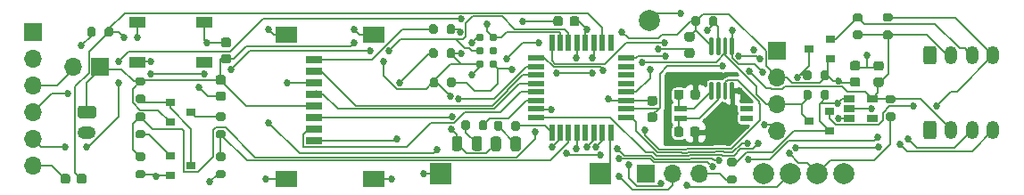
<source format=gbr>
%TF.GenerationSoftware,KiCad,Pcbnew,(5.1.10)-1*%
%TF.CreationDate,2021-07-02T15:13:39-07:00*%
%TF.ProjectId,BivalveBit,42697661-6c76-4654-9269-742e6b696361,A*%
%TF.SameCoordinates,Original*%
%TF.FileFunction,Copper,L1,Top*%
%TF.FilePolarity,Positive*%
%FSLAX46Y46*%
G04 Gerber Fmt 4.6, Leading zero omitted, Abs format (unit mm)*
G04 Created by KiCad (PCBNEW (5.1.10)-1) date 2021-07-02 15:13:39*
%MOMM*%
%LPD*%
G01*
G04 APERTURE LIST*
%TA.AperFunction,ComponentPad*%
%ADD10O,1.200000X1.750000*%
%TD*%
%TA.AperFunction,ComponentPad*%
%ADD11O,1.700000X1.700000*%
%TD*%
%TA.AperFunction,ComponentPad*%
%ADD12R,1.700000X1.700000*%
%TD*%
%TA.AperFunction,SMDPad,CuDef*%
%ADD13R,0.900000X0.800000*%
%TD*%
%TA.AperFunction,SMDPad,CuDef*%
%ADD14R,1.060000X0.650000*%
%TD*%
%TA.AperFunction,SMDPad,CuDef*%
%ADD15R,0.550000X1.600000*%
%TD*%
%TA.AperFunction,SMDPad,CuDef*%
%ADD16R,1.600000X0.550000*%
%TD*%
%TA.AperFunction,SMDPad,CuDef*%
%ADD17R,2.000000X2.000000*%
%TD*%
%TA.AperFunction,SMDPad,CuDef*%
%ADD18R,1.600000X1.000000*%
%TD*%
%TA.AperFunction,ConnectorPad*%
%ADD19C,0.787400*%
%TD*%
%TA.AperFunction,ComponentPad*%
%ADD20O,1.750000X1.200000*%
%TD*%
%TA.AperFunction,SMDPad,CuDef*%
%ADD21R,2.050000X1.500000*%
%TD*%
%TA.AperFunction,SMDPad,CuDef*%
%ADD22R,1.500000X0.800000*%
%TD*%
%TA.AperFunction,ComponentPad*%
%ADD23C,2.000000*%
%TD*%
%TA.AperFunction,SMDPad,CuDef*%
%ADD24R,1.200000X0.600000*%
%TD*%
%TA.AperFunction,ViaPad*%
%ADD25C,0.685800*%
%TD*%
%TA.AperFunction,Conductor*%
%ADD26C,0.152400*%
%TD*%
%TA.AperFunction,Conductor*%
%ADD27C,0.254000*%
%TD*%
%TA.AperFunction,Conductor*%
%ADD28C,0.100000*%
%TD*%
G04 APERTURE END LIST*
D10*
%TO.P,HEART_SENSOR1,4*%
%TO.N,/SCL1*%
X193972700Y-125399800D03*
%TO.P,HEART_SENSOR1,3*%
%TO.N,/SDA1*%
X191972700Y-125399800D03*
%TO.P,HEART_SENSOR1,2*%
%TO.N,VDD*%
X189972700Y-125399800D03*
%TO.P,HEART_SENSOR1,1*%
%TO.N,GND*%
%TA.AperFunction,ComponentPad*%
G36*
G01*
X187372700Y-126024801D02*
X187372700Y-124774799D01*
G75*
G02*
X187622699Y-124524800I249999J0D01*
G01*
X188322701Y-124524800D01*
G75*
G02*
X188572700Y-124774799I0J-249999D01*
G01*
X188572700Y-126024801D01*
G75*
G02*
X188322701Y-126274800I-249999J0D01*
G01*
X187622699Y-126274800D01*
G75*
G02*
X187372700Y-126024801I0J249999D01*
G01*
G37*
%TD.AperFunction*%
%TD*%
D11*
%TO.P,J1,2*%
%TO.N,/3V3_FTDI*%
X106680000Y-126492000D03*
D12*
%TO.P,J1,1*%
%TO.N,VBUS*%
X109220000Y-126492000D03*
%TD*%
%TO.P,R17,2*%
%TO.N,/SCL1*%
%TA.AperFunction,SMDPad,CuDef*%
G36*
G01*
X184234500Y-122218900D02*
X183684500Y-122218900D01*
G75*
G02*
X183484500Y-122018900I0J200000D01*
G01*
X183484500Y-121618900D01*
G75*
G02*
X183684500Y-121418900I200000J0D01*
G01*
X184234500Y-121418900D01*
G75*
G02*
X184434500Y-121618900I0J-200000D01*
G01*
X184434500Y-122018900D01*
G75*
G02*
X184234500Y-122218900I-200000J0D01*
G01*
G37*
%TD.AperFunction*%
%TO.P,R17,1*%
%TO.N,VDD*%
%TA.AperFunction,SMDPad,CuDef*%
G36*
G01*
X184234500Y-123868900D02*
X183684500Y-123868900D01*
G75*
G02*
X183484500Y-123668900I0J200000D01*
G01*
X183484500Y-123268900D01*
G75*
G02*
X183684500Y-123068900I200000J0D01*
G01*
X184234500Y-123068900D01*
G75*
G02*
X184434500Y-123268900I0J-200000D01*
G01*
X184434500Y-123668900D01*
G75*
G02*
X184234500Y-123868900I-200000J0D01*
G01*
G37*
%TD.AperFunction*%
%TD*%
%TO.P,R16,2*%
%TO.N,/SDA1*%
%TA.AperFunction,SMDPad,CuDef*%
G36*
G01*
X181377000Y-122218900D02*
X180827000Y-122218900D01*
G75*
G02*
X180627000Y-122018900I0J200000D01*
G01*
X180627000Y-121618900D01*
G75*
G02*
X180827000Y-121418900I200000J0D01*
G01*
X181377000Y-121418900D01*
G75*
G02*
X181577000Y-121618900I0J-200000D01*
G01*
X181577000Y-122018900D01*
G75*
G02*
X181377000Y-122218900I-200000J0D01*
G01*
G37*
%TD.AperFunction*%
%TO.P,R16,1*%
%TO.N,VDD*%
%TA.AperFunction,SMDPad,CuDef*%
G36*
G01*
X181377000Y-123868900D02*
X180827000Y-123868900D01*
G75*
G02*
X180627000Y-123668900I0J200000D01*
G01*
X180627000Y-123268900D01*
G75*
G02*
X180827000Y-123068900I200000J0D01*
G01*
X181377000Y-123068900D01*
G75*
G02*
X181577000Y-123268900I0J-200000D01*
G01*
X181577000Y-123668900D01*
G75*
G02*
X181377000Y-123868900I-200000J0D01*
G01*
G37*
%TD.AperFunction*%
%TD*%
D13*
%TO.P,U4,3*%
%TO.N,Net-(Q3-Pad1)*%
X117840000Y-135890000D03*
%TO.P,U4,2*%
%TO.N,GND*%
X115840000Y-136840000D03*
%TO.P,U4,1*%
%TO.N,Net-(R11-Pad1)*%
X115840000Y-134940000D03*
%TD*%
D14*
%TO.P,U3,5*%
%TO.N,VDD*%
X182519500Y-129529800D03*
%TO.P,U3,4*%
%TO.N,Net-(U3-Pad4)*%
X182519500Y-131429800D03*
%TO.P,U3,3*%
%TO.N,/VREG_EN*%
X180319500Y-131429800D03*
%TO.P,U3,2*%
%TO.N,GND*%
X180319500Y-130479800D03*
%TO.P,U3,1*%
%TO.N,VBUS*%
X180319500Y-129529800D03*
%TD*%
D15*
%TO.P,U2,32*%
%TO.N,/SDA*%
X152072000Y-124242000D03*
%TO.P,U2,31*%
%TO.N,/TO_FTDI_RX*%
X152872000Y-124242000D03*
%TO.P,U2,30*%
%TO.N,/TO_FTDI_TX*%
X153672000Y-124242000D03*
%TO.P,U2,29*%
%TO.N,GND*%
X154472000Y-124242000D03*
%TO.P,U2,28*%
%TO.N,VBUS*%
X155272000Y-124242000D03*
%TO.P,U2,27*%
%TO.N,/UPDI*%
X156072000Y-124242000D03*
%TO.P,U2,26*%
%TO.N,/TO_RESET*%
X156872000Y-124242000D03*
%TO.P,U2,25*%
%TO.N,Net-(U2-Pad25)*%
X157672000Y-124242000D03*
D16*
%TO.P,U2,24*%
%TO.N,/VREG_EN*%
X159122000Y-125692000D03*
%TO.P,U2,23*%
%TO.N,Net-(U2-Pad23)*%
X159122000Y-126492000D03*
%TO.P,U2,22*%
%TO.N,Net-(U2-Pad22)*%
X159122000Y-127292000D03*
%TO.P,U2,21*%
%TO.N,Net-(U2-Pad21)*%
X159122000Y-128092000D03*
%TO.P,U2,20*%
%TO.N,/32kHz*%
X159122000Y-128892000D03*
%TO.P,U2,19*%
%TO.N,GND*%
X159122000Y-129692000D03*
%TO.P,U2,18*%
%TO.N,VDD*%
X159122000Y-130492000D03*
%TO.P,U2,17*%
%TO.N,/AREF*%
X159122000Y-131292000D03*
D15*
%TO.P,U2,16*%
%TO.N,/PD6*%
X157672000Y-132742000D03*
%TO.P,U2,15*%
%TO.N,/PD5*%
X156872000Y-132742000D03*
%TO.P,U2,14*%
%TO.N,/PD4*%
X156072000Y-132742000D03*
%TO.P,U2,13*%
%TO.N,Net-(U2-Pad13)*%
X155272000Y-132742000D03*
%TO.P,U2,12*%
%TO.N,/PD2*%
X154472000Y-132742000D03*
%TO.P,U2,11*%
%TO.N,/BATT_MONITOR*%
X153672000Y-132742000D03*
%TO.P,U2,10*%
%TO.N,/HALL_OUT*%
X152872000Y-132742000D03*
%TO.P,U2,9*%
%TO.N,Net-(R18-Pad1)*%
X152072000Y-132742000D03*
D16*
%TO.P,U2,8*%
%TO.N,/HALL_SLEEP*%
X150622000Y-131292000D03*
%TO.P,U2,7*%
%TO.N,/BATT_MON_EN*%
X150622000Y-130492000D03*
%TO.P,U2,6*%
%TO.N,/LED*%
X150622000Y-129692000D03*
%TO.P,U2,5*%
%TO.N,/CS*%
X150622000Y-128892000D03*
%TO.P,U2,4*%
%TO.N,/SCK*%
X150622000Y-128092000D03*
%TO.P,U2,3*%
%TO.N,/MISO*%
X150622000Y-127292000D03*
%TO.P,U2,2*%
%TO.N,/MOSI*%
X150622000Y-126492000D03*
%TO.P,U2,1*%
%TO.N,/SCL*%
X150622000Y-125692000D03*
%TD*%
D17*
%TO.P,SW2,2*%
%TO.N,/PD6*%
X156658000Y-136652000D03*
%TO.P,SW2,1*%
%TO.N,GND*%
X141538000Y-136652000D03*
%TD*%
D18*
%TO.P,RESET1,4*%
%TO.N,Net-(RESET1-Pad4)*%
X119126000Y-126106000D03*
%TO.P,RESET1,3*%
%TO.N,/TO_RESET*%
X112726000Y-126106000D03*
%TO.P,RESET1,2*%
%TO.N,GND*%
X119126000Y-122306000D03*
%TO.P,RESET1,1*%
X112726000Y-122306000D03*
%TD*%
%TO.P,R15,2*%
%TO.N,Net-(J6-Pad3)*%
%TA.AperFunction,SMDPad,CuDef*%
G36*
G01*
X168889000Y-136823000D02*
X169439000Y-136823000D01*
G75*
G02*
X169639000Y-137023000I0J-200000D01*
G01*
X169639000Y-137423000D01*
G75*
G02*
X169439000Y-137623000I-200000J0D01*
G01*
X168889000Y-137623000D01*
G75*
G02*
X168689000Y-137423000I0J200000D01*
G01*
X168689000Y-137023000D01*
G75*
G02*
X168889000Y-136823000I200000J0D01*
G01*
G37*
%TD.AperFunction*%
%TO.P,R15,1*%
%TO.N,VBUS*%
%TA.AperFunction,SMDPad,CuDef*%
G36*
G01*
X168889000Y-135173000D02*
X169439000Y-135173000D01*
G75*
G02*
X169639000Y-135373000I0J-200000D01*
G01*
X169639000Y-135773000D01*
G75*
G02*
X169439000Y-135973000I-200000J0D01*
G01*
X168889000Y-135973000D01*
G75*
G02*
X168689000Y-135773000I0J200000D01*
G01*
X168689000Y-135373000D01*
G75*
G02*
X168889000Y-135173000I200000J0D01*
G01*
G37*
%TD.AperFunction*%
%TD*%
%TO.P,R14,2*%
%TO.N,/AREF*%
%TA.AperFunction,SMDPad,CuDef*%
G36*
G01*
X183963900Y-130841300D02*
X184513900Y-130841300D01*
G75*
G02*
X184713900Y-131041300I0J-200000D01*
G01*
X184713900Y-131441300D01*
G75*
G02*
X184513900Y-131641300I-200000J0D01*
G01*
X183963900Y-131641300D01*
G75*
G02*
X183763900Y-131441300I0J200000D01*
G01*
X183763900Y-131041300D01*
G75*
G02*
X183963900Y-130841300I200000J0D01*
G01*
G37*
%TD.AperFunction*%
%TO.P,R14,1*%
%TO.N,VDD*%
%TA.AperFunction,SMDPad,CuDef*%
G36*
G01*
X183963900Y-129191300D02*
X184513900Y-129191300D01*
G75*
G02*
X184713900Y-129391300I0J-200000D01*
G01*
X184713900Y-129791300D01*
G75*
G02*
X184513900Y-129991300I-200000J0D01*
G01*
X183963900Y-129991300D01*
G75*
G02*
X183763900Y-129791300I0J200000D01*
G01*
X183763900Y-129391300D01*
G75*
G02*
X183963900Y-129191300I200000J0D01*
G01*
G37*
%TD.AperFunction*%
%TD*%
%TO.P,R13,2*%
%TO.N,VBUS*%
%TA.AperFunction,SMDPad,CuDef*%
G36*
G01*
X113305000Y-128290000D02*
X112755000Y-128290000D01*
G75*
G02*
X112555000Y-128090000I0J200000D01*
G01*
X112555000Y-127690000D01*
G75*
G02*
X112755000Y-127490000I200000J0D01*
G01*
X113305000Y-127490000D01*
G75*
G02*
X113505000Y-127690000I0J-200000D01*
G01*
X113505000Y-128090000D01*
G75*
G02*
X113305000Y-128290000I-200000J0D01*
G01*
G37*
%TD.AperFunction*%
%TO.P,R13,1*%
%TO.N,Net-(Q3-Pad1)*%
%TA.AperFunction,SMDPad,CuDef*%
G36*
G01*
X113305000Y-129940000D02*
X112755000Y-129940000D01*
G75*
G02*
X112555000Y-129740000I0J200000D01*
G01*
X112555000Y-129340000D01*
G75*
G02*
X112755000Y-129140000I200000J0D01*
G01*
X113305000Y-129140000D01*
G75*
G02*
X113505000Y-129340000I0J-200000D01*
G01*
X113505000Y-129740000D01*
G75*
G02*
X113305000Y-129940000I-200000J0D01*
G01*
G37*
%TD.AperFunction*%
%TD*%
%TO.P,R12,2*%
%TO.N,Net-(Q3-Pad3)*%
%TA.AperFunction,SMDPad,CuDef*%
G36*
G01*
X120925000Y-131655000D02*
X120375000Y-131655000D01*
G75*
G02*
X120175000Y-131455000I0J200000D01*
G01*
X120175000Y-131055000D01*
G75*
G02*
X120375000Y-130855000I200000J0D01*
G01*
X120925000Y-130855000D01*
G75*
G02*
X121125000Y-131055000I0J-200000D01*
G01*
X121125000Y-131455000D01*
G75*
G02*
X120925000Y-131655000I-200000J0D01*
G01*
G37*
%TD.AperFunction*%
%TO.P,R12,1*%
%TO.N,/BATT_MONITOR*%
%TA.AperFunction,SMDPad,CuDef*%
G36*
G01*
X120925000Y-133305000D02*
X120375000Y-133305000D01*
G75*
G02*
X120175000Y-133105000I0J200000D01*
G01*
X120175000Y-132705000D01*
G75*
G02*
X120375000Y-132505000I200000J0D01*
G01*
X120925000Y-132505000D01*
G75*
G02*
X121125000Y-132705000I0J-200000D01*
G01*
X121125000Y-133105000D01*
G75*
G02*
X120925000Y-133305000I-200000J0D01*
G01*
G37*
%TD.AperFunction*%
%TD*%
%TO.P,R11,2*%
%TO.N,/BATT_MON_EN*%
%TA.AperFunction,SMDPad,CuDef*%
G36*
G01*
X113305000Y-131655000D02*
X112755000Y-131655000D01*
G75*
G02*
X112555000Y-131455000I0J200000D01*
G01*
X112555000Y-131055000D01*
G75*
G02*
X112755000Y-130855000I200000J0D01*
G01*
X113305000Y-130855000D01*
G75*
G02*
X113505000Y-131055000I0J-200000D01*
G01*
X113505000Y-131455000D01*
G75*
G02*
X113305000Y-131655000I-200000J0D01*
G01*
G37*
%TD.AperFunction*%
%TO.P,R11,1*%
%TO.N,Net-(R11-Pad1)*%
%TA.AperFunction,SMDPad,CuDef*%
G36*
G01*
X113305000Y-133305000D02*
X112755000Y-133305000D01*
G75*
G02*
X112555000Y-133105000I0J200000D01*
G01*
X112555000Y-132705000D01*
G75*
G02*
X112755000Y-132505000I200000J0D01*
G01*
X113305000Y-132505000D01*
G75*
G02*
X113505000Y-132705000I0J-200000D01*
G01*
X113505000Y-133105000D01*
G75*
G02*
X113305000Y-133305000I-200000J0D01*
G01*
G37*
%TD.AperFunction*%
%TD*%
%TO.P,R10,2*%
%TO.N,/BATT_MONITOR*%
%TA.AperFunction,SMDPad,CuDef*%
G36*
G01*
X120925000Y-135465000D02*
X120375000Y-135465000D01*
G75*
G02*
X120175000Y-135265000I0J200000D01*
G01*
X120175000Y-134865000D01*
G75*
G02*
X120375000Y-134665000I200000J0D01*
G01*
X120925000Y-134665000D01*
G75*
G02*
X121125000Y-134865000I0J-200000D01*
G01*
X121125000Y-135265000D01*
G75*
G02*
X120925000Y-135465000I-200000J0D01*
G01*
G37*
%TD.AperFunction*%
%TO.P,R10,1*%
%TO.N,GND*%
%TA.AperFunction,SMDPad,CuDef*%
G36*
G01*
X120925000Y-137115000D02*
X120375000Y-137115000D01*
G75*
G02*
X120175000Y-136915000I0J200000D01*
G01*
X120175000Y-136515000D01*
G75*
G02*
X120375000Y-136315000I200000J0D01*
G01*
X120925000Y-136315000D01*
G75*
G02*
X121125000Y-136515000I0J-200000D01*
G01*
X121125000Y-136915000D01*
G75*
G02*
X120925000Y-137115000I-200000J0D01*
G01*
G37*
%TD.AperFunction*%
%TD*%
%TO.P,R9,2*%
%TO.N,/BATT_MON_EN*%
%TA.AperFunction,SMDPad,CuDef*%
G36*
G01*
X113305000Y-135465000D02*
X112755000Y-135465000D01*
G75*
G02*
X112555000Y-135265000I0J200000D01*
G01*
X112555000Y-134865000D01*
G75*
G02*
X112755000Y-134665000I200000J0D01*
G01*
X113305000Y-134665000D01*
G75*
G02*
X113505000Y-134865000I0J-200000D01*
G01*
X113505000Y-135265000D01*
G75*
G02*
X113305000Y-135465000I-200000J0D01*
G01*
G37*
%TD.AperFunction*%
%TO.P,R9,1*%
%TO.N,GND*%
%TA.AperFunction,SMDPad,CuDef*%
G36*
G01*
X113305000Y-137115000D02*
X112755000Y-137115000D01*
G75*
G02*
X112555000Y-136915000I0J200000D01*
G01*
X112555000Y-136515000D01*
G75*
G02*
X112755000Y-136315000I200000J0D01*
G01*
X113305000Y-136315000D01*
G75*
G02*
X113505000Y-136515000I0J-200000D01*
G01*
X113505000Y-136915000D01*
G75*
G02*
X113305000Y-137115000I-200000J0D01*
G01*
G37*
%TD.AperFunction*%
%TD*%
%TO.P,R8,2*%
%TO.N,/RSV1*%
%TA.AperFunction,SMDPad,CuDef*%
G36*
G01*
X141244000Y-122661000D02*
X141244000Y-123211000D01*
G75*
G02*
X141044000Y-123411000I-200000J0D01*
G01*
X140644000Y-123411000D01*
G75*
G02*
X140444000Y-123211000I0J200000D01*
G01*
X140444000Y-122661000D01*
G75*
G02*
X140644000Y-122461000I200000J0D01*
G01*
X141044000Y-122461000D01*
G75*
G02*
X141244000Y-122661000I0J-200000D01*
G01*
G37*
%TD.AperFunction*%
%TO.P,R8,1*%
%TO.N,VBUS*%
%TA.AperFunction,SMDPad,CuDef*%
G36*
G01*
X142894000Y-122661000D02*
X142894000Y-123211000D01*
G75*
G02*
X142694000Y-123411000I-200000J0D01*
G01*
X142294000Y-123411000D01*
G75*
G02*
X142094000Y-123211000I0J200000D01*
G01*
X142094000Y-122661000D01*
G75*
G02*
X142294000Y-122461000I200000J0D01*
G01*
X142694000Y-122461000D01*
G75*
G02*
X142894000Y-122661000I0J-200000D01*
G01*
G37*
%TD.AperFunction*%
%TD*%
%TO.P,R7,2*%
%TO.N,Net-(D1-Pad2)*%
%TA.AperFunction,SMDPad,CuDef*%
G36*
G01*
X144304200Y-131805000D02*
X144304200Y-132355000D01*
G75*
G02*
X144104200Y-132555000I-200000J0D01*
G01*
X143704200Y-132555000D01*
G75*
G02*
X143504200Y-132355000I0J200000D01*
G01*
X143504200Y-131805000D01*
G75*
G02*
X143704200Y-131605000I200000J0D01*
G01*
X144104200Y-131605000D01*
G75*
G02*
X144304200Y-131805000I0J-200000D01*
G01*
G37*
%TD.AperFunction*%
%TO.P,R7,1*%
%TO.N,/LED*%
%TA.AperFunction,SMDPad,CuDef*%
G36*
G01*
X145954200Y-131805000D02*
X145954200Y-132355000D01*
G75*
G02*
X145754200Y-132555000I-200000J0D01*
G01*
X145354200Y-132555000D01*
G75*
G02*
X145154200Y-132355000I0J200000D01*
G01*
X145154200Y-131805000D01*
G75*
G02*
X145354200Y-131605000I200000J0D01*
G01*
X145754200Y-131605000D01*
G75*
G02*
X145954200Y-131805000I0J-200000D01*
G01*
G37*
%TD.AperFunction*%
%TD*%
%TO.P,R6,2*%
%TO.N,/RSV2*%
%TA.AperFunction,SMDPad,CuDef*%
G36*
G01*
X141244000Y-124947000D02*
X141244000Y-125497000D01*
G75*
G02*
X141044000Y-125697000I-200000J0D01*
G01*
X140644000Y-125697000D01*
G75*
G02*
X140444000Y-125497000I0J200000D01*
G01*
X140444000Y-124947000D01*
G75*
G02*
X140644000Y-124747000I200000J0D01*
G01*
X141044000Y-124747000D01*
G75*
G02*
X141244000Y-124947000I0J-200000D01*
G01*
G37*
%TD.AperFunction*%
%TO.P,R6,1*%
%TO.N,VBUS*%
%TA.AperFunction,SMDPad,CuDef*%
G36*
G01*
X142894000Y-124947000D02*
X142894000Y-125497000D01*
G75*
G02*
X142694000Y-125697000I-200000J0D01*
G01*
X142294000Y-125697000D01*
G75*
G02*
X142094000Y-125497000I0J200000D01*
G01*
X142094000Y-124947000D01*
G75*
G02*
X142294000Y-124747000I200000J0D01*
G01*
X142694000Y-124747000D01*
G75*
G02*
X142894000Y-124947000I0J-200000D01*
G01*
G37*
%TD.AperFunction*%
%TD*%
%TO.P,R5,2*%
%TO.N,/SCL*%
%TA.AperFunction,SMDPad,CuDef*%
G36*
G01*
X176752700Y-128896700D02*
X176752700Y-129446700D01*
G75*
G02*
X176552700Y-129646700I-200000J0D01*
G01*
X176152700Y-129646700D01*
G75*
G02*
X175952700Y-129446700I0J200000D01*
G01*
X175952700Y-128896700D01*
G75*
G02*
X176152700Y-128696700I200000J0D01*
G01*
X176552700Y-128696700D01*
G75*
G02*
X176752700Y-128896700I0J-200000D01*
G01*
G37*
%TD.AperFunction*%
%TO.P,R5,1*%
%TO.N,VBUS*%
%TA.AperFunction,SMDPad,CuDef*%
G36*
G01*
X178402700Y-128896700D02*
X178402700Y-129446700D01*
G75*
G02*
X178202700Y-129646700I-200000J0D01*
G01*
X177802700Y-129646700D01*
G75*
G02*
X177602700Y-129446700I0J200000D01*
G01*
X177602700Y-128896700D01*
G75*
G02*
X177802700Y-128696700I200000J0D01*
G01*
X178202700Y-128696700D01*
G75*
G02*
X178402700Y-128896700I0J-200000D01*
G01*
G37*
%TD.AperFunction*%
%TD*%
%TO.P,R4,2*%
%TO.N,/SDA*%
%TA.AperFunction,SMDPad,CuDef*%
G36*
G01*
X176740000Y-127029800D02*
X176740000Y-127579800D01*
G75*
G02*
X176540000Y-127779800I-200000J0D01*
G01*
X176140000Y-127779800D01*
G75*
G02*
X175940000Y-127579800I0J200000D01*
G01*
X175940000Y-127029800D01*
G75*
G02*
X176140000Y-126829800I200000J0D01*
G01*
X176540000Y-126829800D01*
G75*
G02*
X176740000Y-127029800I0J-200000D01*
G01*
G37*
%TD.AperFunction*%
%TO.P,R4,1*%
%TO.N,VBUS*%
%TA.AperFunction,SMDPad,CuDef*%
G36*
G01*
X178390000Y-127029800D02*
X178390000Y-127579800D01*
G75*
G02*
X178190000Y-127779800I-200000J0D01*
G01*
X177790000Y-127779800D01*
G75*
G02*
X177590000Y-127579800I0J200000D01*
G01*
X177590000Y-127029800D01*
G75*
G02*
X177790000Y-126829800I200000J0D01*
G01*
X178190000Y-126829800D01*
G75*
G02*
X178390000Y-127029800I0J-200000D01*
G01*
G37*
%TD.AperFunction*%
%TD*%
%TO.P,R3,2*%
%TO.N,/UPDI*%
%TA.AperFunction,SMDPad,CuDef*%
G36*
G01*
X142131600Y-128278300D02*
X142131600Y-127728300D01*
G75*
G02*
X142331600Y-127528300I200000J0D01*
G01*
X142731600Y-127528300D01*
G75*
G02*
X142931600Y-127728300I0J-200000D01*
G01*
X142931600Y-128278300D01*
G75*
G02*
X142731600Y-128478300I-200000J0D01*
G01*
X142331600Y-128478300D01*
G75*
G02*
X142131600Y-128278300I0J200000D01*
G01*
G37*
%TD.AperFunction*%
%TO.P,R3,1*%
%TO.N,VBUS*%
%TA.AperFunction,SMDPad,CuDef*%
G36*
G01*
X140481600Y-128278300D02*
X140481600Y-127728300D01*
G75*
G02*
X140681600Y-127528300I200000J0D01*
G01*
X141081600Y-127528300D01*
G75*
G02*
X141281600Y-127728300I0J-200000D01*
G01*
X141281600Y-128278300D01*
G75*
G02*
X141081600Y-128478300I-200000J0D01*
G01*
X140681600Y-128478300D01*
G75*
G02*
X140481600Y-128278300I0J200000D01*
G01*
G37*
%TD.AperFunction*%
%TD*%
%TO.P,R2,2*%
%TO.N,/TO_RESET*%
%TA.AperFunction,SMDPad,CuDef*%
G36*
G01*
X109645000Y-123465000D02*
X109645000Y-122915000D01*
G75*
G02*
X109845000Y-122715000I200000J0D01*
G01*
X110245000Y-122715000D01*
G75*
G02*
X110445000Y-122915000I0J-200000D01*
G01*
X110445000Y-123465000D01*
G75*
G02*
X110245000Y-123665000I-200000J0D01*
G01*
X109845000Y-123665000D01*
G75*
G02*
X109645000Y-123465000I0J200000D01*
G01*
G37*
%TD.AperFunction*%
%TO.P,R2,1*%
%TO.N,VBUS*%
%TA.AperFunction,SMDPad,CuDef*%
G36*
G01*
X107995000Y-123465000D02*
X107995000Y-122915000D01*
G75*
G02*
X108195000Y-122715000I200000J0D01*
G01*
X108595000Y-122715000D01*
G75*
G02*
X108795000Y-122915000I0J-200000D01*
G01*
X108795000Y-123465000D01*
G75*
G02*
X108595000Y-123665000I-200000J0D01*
G01*
X108195000Y-123665000D01*
G75*
G02*
X107995000Y-123465000I0J200000D01*
G01*
G37*
%TD.AperFunction*%
%TD*%
%TO.P,R1,2*%
%TO.N,/32kHz*%
%TA.AperFunction,SMDPad,CuDef*%
G36*
G01*
X166986000Y-122449000D02*
X166986000Y-121899000D01*
G75*
G02*
X167186000Y-121699000I200000J0D01*
G01*
X167586000Y-121699000D01*
G75*
G02*
X167786000Y-121899000I0J-200000D01*
G01*
X167786000Y-122449000D01*
G75*
G02*
X167586000Y-122649000I-200000J0D01*
G01*
X167186000Y-122649000D01*
G75*
G02*
X166986000Y-122449000I0J200000D01*
G01*
G37*
%TD.AperFunction*%
%TO.P,R1,1*%
%TO.N,VBUS*%
%TA.AperFunction,SMDPad,CuDef*%
G36*
G01*
X165336000Y-122449000D02*
X165336000Y-121899000D01*
G75*
G02*
X165536000Y-121699000I200000J0D01*
G01*
X165936000Y-121699000D01*
G75*
G02*
X166136000Y-121899000I0J-200000D01*
G01*
X166136000Y-122449000D01*
G75*
G02*
X165936000Y-122649000I-200000J0D01*
G01*
X165536000Y-122649000D01*
G75*
G02*
X165336000Y-122449000I0J200000D01*
G01*
G37*
%TD.AperFunction*%
%TD*%
D13*
%TO.P,Q3,3*%
%TO.N,Net-(Q3-Pad3)*%
X117840000Y-130810000D03*
%TO.P,Q3,2*%
%TO.N,VBUS*%
X115840000Y-131760000D03*
%TO.P,Q3,1*%
%TO.N,Net-(Q3-Pad1)*%
X115840000Y-129860000D03*
%TD*%
%TO.P,Q2,3*%
%TO.N,/SCL*%
X176469800Y-131673600D03*
%TO.P,Q2,2*%
%TO.N,/SCL1*%
X178469800Y-130723600D03*
%TO.P,Q2,1*%
%TO.N,VBUS*%
X178469800Y-132623600D03*
%TD*%
%TO.P,Q1,3*%
%TO.N,/SDA*%
X176533300Y-124790200D03*
%TO.P,Q1,2*%
%TO.N,/SDA1*%
X178533300Y-123840200D03*
%TO.P,Q1,1*%
%TO.N,VBUS*%
X178533300Y-125740200D03*
%TD*%
D19*
%TO.P,PROGRAM_HEADER1,6*%
%TO.N,GND*%
X145288000Y-123698000D03*
%TO.P,PROGRAM_HEADER1,5*%
%TO.N,/TO_FTDI_RX*%
X146558000Y-123698000D03*
%TO.P,PROGRAM_HEADER1,4*%
%TO.N,/TO_FTDI_TX*%
X145288000Y-124968000D03*
%TO.P,PROGRAM_HEADER1,3*%
%TO.N,Net-(PROGRAM_HEADER1-Pad3)*%
X146558000Y-124968000D03*
%TO.P,PROGRAM_HEADER1,2*%
%TO.N,VBUS*%
X145288000Y-126238000D03*
%TO.P,PROGRAM_HEADER1,1*%
%TO.N,/UPDI*%
X146558000Y-126238000D03*
%TD*%
D20*
%TO.P,PRIMARY_BATTERY1,2*%
%TO.N,GND*%
X107950000Y-132810000D03*
%TO.P,PRIMARY_BATTERY1,1*%
%TO.N,VBUS*%
%TA.AperFunction,ComponentPad*%
G36*
G01*
X107324999Y-130210000D02*
X108575001Y-130210000D01*
G75*
G02*
X108825000Y-130459999I0J-249999D01*
G01*
X108825000Y-131160001D01*
G75*
G02*
X108575001Y-131410000I-249999J0D01*
G01*
X107324999Y-131410000D01*
G75*
G02*
X107075000Y-131160001I0J249999D01*
G01*
X107075000Y-130459999D01*
G75*
G02*
X107324999Y-130210000I249999J0D01*
G01*
G37*
%TD.AperFunction*%
%TD*%
D11*
%TO.P,OLED1,4*%
%TO.N,/SDA*%
X173482000Y-132588000D03*
%TO.P,OLED1,3*%
%TO.N,/SCL*%
X173482000Y-130048000D03*
%TO.P,OLED1,2*%
%TO.N,VBUS*%
X173482000Y-127508000D03*
D12*
%TO.P,OLED1,1*%
%TO.N,GND*%
X173482000Y-124968000D03*
%TD*%
D21*
%TO.P,microSD1,G4*%
%TO.N,GND*%
X126872000Y-123427000D03*
%TO.P,microSD1,G3*%
X135172000Y-123427000D03*
%TO.P,microSD1,G2*%
X135172000Y-137177000D03*
%TO.P,microSD1,G1*%
X126872000Y-137177000D03*
D22*
%TO.P,microSD1,8*%
%TO.N,/RSV1*%
X129472000Y-125802000D03*
%TO.P,microSD1,7*%
%TO.N,/MISO*%
X129472000Y-126902000D03*
%TO.P,microSD1,6*%
%TO.N,GND*%
X129472000Y-128002000D03*
%TO.P,microSD1,5*%
%TO.N,/SCK*%
X129472000Y-129102000D03*
%TO.P,microSD1,4*%
%TO.N,VBUS*%
X129472000Y-130202000D03*
%TO.P,microSD1,3*%
%TO.N,/MOSI*%
X129472000Y-131302000D03*
%TO.P,microSD1,2*%
%TO.N,/CS*%
X129472000Y-132402000D03*
%TO.P,microSD1,1*%
%TO.N,/RSV2*%
X129472000Y-133502000D03*
%TD*%
D23*
%TO.P,J7,1*%
%TO.N,/AREF*%
X177292000Y-136652000D03*
%TD*%
D11*
%TO.P,J6,3*%
%TO.N,Net-(J6-Pad3)*%
X166116000Y-136652000D03*
%TO.P,J6,2*%
%TO.N,/PD2*%
X163576000Y-136652000D03*
D12*
%TO.P,J6,1*%
%TO.N,GND*%
X161036000Y-136652000D03*
%TD*%
D23*
%TO.P,J5,1*%
%TO.N,/PD5*%
X174752000Y-136652000D03*
%TD*%
%TO.P,J4,1*%
%TO.N,/PD4*%
X172212000Y-136652000D03*
%TD*%
D10*
%TO.P,HALL_SENSOR1,4*%
%TO.N,/HALL_SLEEP*%
X193972700Y-132511800D03*
%TO.P,HALL_SENSOR1,3*%
%TO.N,/HALL_OUT*%
X191972700Y-132511800D03*
%TO.P,HALL_SENSOR1,2*%
%TO.N,VDD*%
X189972700Y-132511800D03*
%TO.P,HALL_SENSOR1,1*%
%TO.N,GND*%
%TA.AperFunction,ComponentPad*%
G36*
G01*
X187372700Y-133136801D02*
X187372700Y-131886799D01*
G75*
G02*
X187622699Y-131636800I249999J0D01*
G01*
X188322701Y-131636800D01*
G75*
G02*
X188572700Y-131886799I0J-249999D01*
G01*
X188572700Y-133136801D01*
G75*
G02*
X188322701Y-133386800I-249999J0D01*
G01*
X187622699Y-133386800D01*
G75*
G02*
X187372700Y-133136801I0J249999D01*
G01*
G37*
%TD.AperFunction*%
%TD*%
D11*
%TO.P,FTDI1,6*%
%TO.N,/DTR*%
X102870000Y-135890000D03*
%TO.P,FTDI1,5*%
%TO.N,/TO_FTDI_RX*%
X102870000Y-133350000D03*
%TO.P,FTDI1,4*%
%TO.N,/TO_FTDI_TX*%
X102870000Y-130810000D03*
%TO.P,FTDI1,3*%
%TO.N,/3V3_FTDI*%
X102870000Y-128270000D03*
%TO.P,FTDI1,2*%
%TO.N,GND*%
X102870000Y-125730000D03*
D12*
%TO.P,FTDI1,1*%
X102870000Y-123190000D03*
%TD*%
%TO.P,D1,2*%
%TO.N,Net-(D1-Pad2)*%
%TA.AperFunction,SMDPad,CuDef*%
G36*
G01*
X144480700Y-134263450D02*
X144480700Y-133350950D01*
G75*
G02*
X144724450Y-133107200I243750J0D01*
G01*
X145211950Y-133107200D01*
G75*
G02*
X145455700Y-133350950I0J-243750D01*
G01*
X145455700Y-134263450D01*
G75*
G02*
X145211950Y-134507200I-243750J0D01*
G01*
X144724450Y-134507200D01*
G75*
G02*
X144480700Y-134263450I0J243750D01*
G01*
G37*
%TD.AperFunction*%
%TO.P,D1,1*%
%TO.N,VBUS*%
%TA.AperFunction,SMDPad,CuDef*%
G36*
G01*
X142605700Y-134263450D02*
X142605700Y-133350950D01*
G75*
G02*
X142849450Y-133107200I243750J0D01*
G01*
X143336950Y-133107200D01*
G75*
G02*
X143580700Y-133350950I0J-243750D01*
G01*
X143580700Y-134263450D01*
G75*
G02*
X143336950Y-134507200I-243750J0D01*
G01*
X142849450Y-134507200D01*
G75*
G02*
X142605700Y-134263450I0J243750D01*
G01*
G37*
%TD.AperFunction*%
%TD*%
D24*
%TO.P,Crystal_32.768kHz1,4*%
%TO.N,Net-(C9-Pad2)*%
X164274100Y-130474300D03*
%TO.P,Crystal_32.768kHz1,3*%
%TO.N,Net-(Crystal_32.768kHz1-Pad3)*%
X170574100Y-130474300D03*
%TO.P,Crystal_32.768kHz1,2*%
%TO.N,Net-(Crystal_32.768kHz1-Pad2)*%
X170574100Y-131374300D03*
%TO.P,Crystal_32.768kHz1,1*%
%TO.N,Net-(C10-Pad1)*%
X164274100Y-131374300D03*
%TD*%
%TO.P,C8,2*%
%TO.N,GND*%
%TA.AperFunction,SMDPad,CuDef*%
G36*
G01*
X153129100Y-121924000D02*
X153129100Y-122424000D01*
G75*
G02*
X152904100Y-122649000I-225000J0D01*
G01*
X152454100Y-122649000D01*
G75*
G02*
X152229100Y-122424000I0J225000D01*
G01*
X152229100Y-121924000D01*
G75*
G02*
X152454100Y-121699000I225000J0D01*
G01*
X152904100Y-121699000D01*
G75*
G02*
X153129100Y-121924000I0J-225000D01*
G01*
G37*
%TD.AperFunction*%
%TO.P,C8,1*%
%TO.N,VBUS*%
%TA.AperFunction,SMDPad,CuDef*%
G36*
G01*
X154679100Y-121924000D02*
X154679100Y-122424000D01*
G75*
G02*
X154454100Y-122649000I-225000J0D01*
G01*
X154004100Y-122649000D01*
G75*
G02*
X153779100Y-122424000I0J225000D01*
G01*
X153779100Y-121924000D01*
G75*
G02*
X154004100Y-121699000I225000J0D01*
G01*
X154454100Y-121699000D01*
G75*
G02*
X154679100Y-121924000I0J-225000D01*
G01*
G37*
%TD.AperFunction*%
%TD*%
%TO.P,C7,2*%
%TO.N,GND*%
%TA.AperFunction,SMDPad,CuDef*%
G36*
G01*
X121408000Y-124643000D02*
X120908000Y-124643000D01*
G75*
G02*
X120683000Y-124418000I0J225000D01*
G01*
X120683000Y-123968000D01*
G75*
G02*
X120908000Y-123743000I225000J0D01*
G01*
X121408000Y-123743000D01*
G75*
G02*
X121633000Y-123968000I0J-225000D01*
G01*
X121633000Y-124418000D01*
G75*
G02*
X121408000Y-124643000I-225000J0D01*
G01*
G37*
%TD.AperFunction*%
%TO.P,C7,1*%
%TO.N,VBUS*%
%TA.AperFunction,SMDPad,CuDef*%
G36*
G01*
X121408000Y-126193000D02*
X120908000Y-126193000D01*
G75*
G02*
X120683000Y-125968000I0J225000D01*
G01*
X120683000Y-125518000D01*
G75*
G02*
X120908000Y-125293000I225000J0D01*
G01*
X121408000Y-125293000D01*
G75*
G02*
X121633000Y-125518000I0J-225000D01*
G01*
X121633000Y-125968000D01*
G75*
G02*
X121408000Y-126193000I-225000J0D01*
G01*
G37*
%TD.AperFunction*%
%TD*%
%TO.P,C6,2*%
%TO.N,GND*%
%TA.AperFunction,SMDPad,CuDef*%
G36*
G01*
X120400000Y-128849000D02*
X120900000Y-128849000D01*
G75*
G02*
X121125000Y-129074000I0J-225000D01*
G01*
X121125000Y-129524000D01*
G75*
G02*
X120900000Y-129749000I-225000J0D01*
G01*
X120400000Y-129749000D01*
G75*
G02*
X120175000Y-129524000I0J225000D01*
G01*
X120175000Y-129074000D01*
G75*
G02*
X120400000Y-128849000I225000J0D01*
G01*
G37*
%TD.AperFunction*%
%TO.P,C6,1*%
%TO.N,VBUS*%
%TA.AperFunction,SMDPad,CuDef*%
G36*
G01*
X120400000Y-127299000D02*
X120900000Y-127299000D01*
G75*
G02*
X121125000Y-127524000I0J-225000D01*
G01*
X121125000Y-127974000D01*
G75*
G02*
X120900000Y-128199000I-225000J0D01*
G01*
X120400000Y-128199000D01*
G75*
G02*
X120175000Y-127974000I0J225000D01*
G01*
X120175000Y-127524000D01*
G75*
G02*
X120400000Y-127299000I225000J0D01*
G01*
G37*
%TD.AperFunction*%
%TD*%
%TO.P,C5,2*%
%TO.N,GND*%
%TA.AperFunction,SMDPad,CuDef*%
G36*
G01*
X183345900Y-126865500D02*
X182845900Y-126865500D01*
G75*
G02*
X182620900Y-126640500I0J225000D01*
G01*
X182620900Y-126190500D01*
G75*
G02*
X182845900Y-125965500I225000J0D01*
G01*
X183345900Y-125965500D01*
G75*
G02*
X183570900Y-126190500I0J-225000D01*
G01*
X183570900Y-126640500D01*
G75*
G02*
X183345900Y-126865500I-225000J0D01*
G01*
G37*
%TD.AperFunction*%
%TO.P,C5,1*%
%TO.N,VDD*%
%TA.AperFunction,SMDPad,CuDef*%
G36*
G01*
X183345900Y-128415500D02*
X182845900Y-128415500D01*
G75*
G02*
X182620900Y-128190500I0J225000D01*
G01*
X182620900Y-127740500D01*
G75*
G02*
X182845900Y-127515500I225000J0D01*
G01*
X183345900Y-127515500D01*
G75*
G02*
X183570900Y-127740500I0J-225000D01*
G01*
X183570900Y-128190500D01*
G75*
G02*
X183345900Y-128415500I-225000J0D01*
G01*
G37*
%TD.AperFunction*%
%TD*%
%TO.P,C4,2*%
%TO.N,GND*%
%TA.AperFunction,SMDPad,CuDef*%
G36*
G01*
X161870200Y-130192900D02*
X161370200Y-130192900D01*
G75*
G02*
X161145200Y-129967900I0J225000D01*
G01*
X161145200Y-129517900D01*
G75*
G02*
X161370200Y-129292900I225000J0D01*
G01*
X161870200Y-129292900D01*
G75*
G02*
X162095200Y-129517900I0J-225000D01*
G01*
X162095200Y-129967900D01*
G75*
G02*
X161870200Y-130192900I-225000J0D01*
G01*
G37*
%TD.AperFunction*%
%TO.P,C4,1*%
%TO.N,VDD*%
%TA.AperFunction,SMDPad,CuDef*%
G36*
G01*
X161870200Y-131742900D02*
X161370200Y-131742900D01*
G75*
G02*
X161145200Y-131517900I0J225000D01*
G01*
X161145200Y-131067900D01*
G75*
G02*
X161370200Y-130842900I225000J0D01*
G01*
X161870200Y-130842900D01*
G75*
G02*
X162095200Y-131067900I0J-225000D01*
G01*
X162095200Y-131517900D01*
G75*
G02*
X161870200Y-131742900I-225000J0D01*
G01*
G37*
%TD.AperFunction*%
%TD*%
%TO.P,C3,2*%
%TO.N,GND*%
%TA.AperFunction,SMDPad,CuDef*%
G36*
G01*
X181123400Y-126852800D02*
X180623400Y-126852800D01*
G75*
G02*
X180398400Y-126627800I0J225000D01*
G01*
X180398400Y-126177800D01*
G75*
G02*
X180623400Y-125952800I225000J0D01*
G01*
X181123400Y-125952800D01*
G75*
G02*
X181348400Y-126177800I0J-225000D01*
G01*
X181348400Y-126627800D01*
G75*
G02*
X181123400Y-126852800I-225000J0D01*
G01*
G37*
%TD.AperFunction*%
%TO.P,C3,1*%
%TO.N,VBUS*%
%TA.AperFunction,SMDPad,CuDef*%
G36*
G01*
X181123400Y-128402800D02*
X180623400Y-128402800D01*
G75*
G02*
X180398400Y-128177800I0J225000D01*
G01*
X180398400Y-127727800D01*
G75*
G02*
X180623400Y-127502800I225000J0D01*
G01*
X181123400Y-127502800D01*
G75*
G02*
X181348400Y-127727800I0J-225000D01*
G01*
X181348400Y-128177800D01*
G75*
G02*
X181123400Y-128402800I-225000J0D01*
G01*
G37*
%TD.AperFunction*%
%TD*%
%TO.P,C2,2*%
%TO.N,/TO_RESET*%
%TA.AperFunction,SMDPad,CuDef*%
G36*
G01*
X107005000Y-137410000D02*
X107005000Y-136910000D01*
G75*
G02*
X107230000Y-136685000I225000J0D01*
G01*
X107680000Y-136685000D01*
G75*
G02*
X107905000Y-136910000I0J-225000D01*
G01*
X107905000Y-137410000D01*
G75*
G02*
X107680000Y-137635000I-225000J0D01*
G01*
X107230000Y-137635000D01*
G75*
G02*
X107005000Y-137410000I0J225000D01*
G01*
G37*
%TD.AperFunction*%
%TO.P,C2,1*%
%TO.N,/DTR*%
%TA.AperFunction,SMDPad,CuDef*%
G36*
G01*
X105455000Y-137410000D02*
X105455000Y-136910000D01*
G75*
G02*
X105680000Y-136685000I225000J0D01*
G01*
X106130000Y-136685000D01*
G75*
G02*
X106355000Y-136910000I0J-225000D01*
G01*
X106355000Y-137410000D01*
G75*
G02*
X106130000Y-137635000I-225000J0D01*
G01*
X105680000Y-137635000D01*
G75*
G02*
X105455000Y-137410000I0J225000D01*
G01*
G37*
%TD.AperFunction*%
%TD*%
%TO.P,C1,2*%
%TO.N,GND*%
%TA.AperFunction,SMDPad,CuDef*%
G36*
G01*
X164900800Y-124746900D02*
X165400800Y-124746900D01*
G75*
G02*
X165625800Y-124971900I0J-225000D01*
G01*
X165625800Y-125421900D01*
G75*
G02*
X165400800Y-125646900I-225000J0D01*
G01*
X164900800Y-125646900D01*
G75*
G02*
X164675800Y-125421900I0J225000D01*
G01*
X164675800Y-124971900D01*
G75*
G02*
X164900800Y-124746900I225000J0D01*
G01*
G37*
%TD.AperFunction*%
%TO.P,C1,1*%
%TO.N,VBUS*%
%TA.AperFunction,SMDPad,CuDef*%
G36*
G01*
X164900800Y-123196900D02*
X165400800Y-123196900D01*
G75*
G02*
X165625800Y-123421900I0J-225000D01*
G01*
X165625800Y-123871900D01*
G75*
G02*
X165400800Y-124096900I-225000J0D01*
G01*
X164900800Y-124096900D01*
G75*
G02*
X164675800Y-123871900I0J225000D01*
G01*
X164675800Y-123421900D01*
G75*
G02*
X164900800Y-123196900I225000J0D01*
G01*
G37*
%TD.AperFunction*%
%TD*%
D23*
%TO.P,J8,1*%
%TO.N,GND*%
X179832000Y-136652000D03*
%TD*%
%TO.P,C9,1*%
%TO.N,GND*%
%TA.AperFunction,SMDPad,CuDef*%
G36*
G01*
X166134500Y-128896300D02*
X166134500Y-129396300D01*
G75*
G02*
X165909500Y-129621300I-225000J0D01*
G01*
X165459500Y-129621300D01*
G75*
G02*
X165234500Y-129396300I0J225000D01*
G01*
X165234500Y-128896300D01*
G75*
G02*
X165459500Y-128671300I225000J0D01*
G01*
X165909500Y-128671300D01*
G75*
G02*
X166134500Y-128896300I0J-225000D01*
G01*
G37*
%TD.AperFunction*%
%TO.P,C9,2*%
%TO.N,Net-(C9-Pad2)*%
%TA.AperFunction,SMDPad,CuDef*%
G36*
G01*
X164584500Y-128896300D02*
X164584500Y-129396300D01*
G75*
G02*
X164359500Y-129621300I-225000J0D01*
G01*
X163909500Y-129621300D01*
G75*
G02*
X163684500Y-129396300I0J225000D01*
G01*
X163684500Y-128896300D01*
G75*
G02*
X163909500Y-128671300I225000J0D01*
G01*
X164359500Y-128671300D01*
G75*
G02*
X164584500Y-128896300I0J-225000D01*
G01*
G37*
%TD.AperFunction*%
%TD*%
%TO.P,C10,2*%
%TO.N,GND*%
%TA.AperFunction,SMDPad,CuDef*%
G36*
G01*
X165221800Y-132939600D02*
X165221800Y-132439600D01*
G75*
G02*
X165446800Y-132214600I225000J0D01*
G01*
X165896800Y-132214600D01*
G75*
G02*
X166121800Y-132439600I0J-225000D01*
G01*
X166121800Y-132939600D01*
G75*
G02*
X165896800Y-133164600I-225000J0D01*
G01*
X165446800Y-133164600D01*
G75*
G02*
X165221800Y-132939600I0J225000D01*
G01*
G37*
%TD.AperFunction*%
%TO.P,C10,1*%
%TO.N,Net-(C10-Pad1)*%
%TA.AperFunction,SMDPad,CuDef*%
G36*
G01*
X163671800Y-132939600D02*
X163671800Y-132439600D01*
G75*
G02*
X163896800Y-132214600I225000J0D01*
G01*
X164346800Y-132214600D01*
G75*
G02*
X164571800Y-132439600I0J-225000D01*
G01*
X164571800Y-132939600D01*
G75*
G02*
X164346800Y-133164600I-225000J0D01*
G01*
X163896800Y-133164600D01*
G75*
G02*
X163671800Y-132939600I0J225000D01*
G01*
G37*
%TD.AperFunction*%
%TD*%
%TO.P,RTC1,1*%
%TO.N,Net-(C9-Pad2)*%
%TA.AperFunction,SMDPad,CuDef*%
G36*
G01*
X167336500Y-129594800D02*
X167136500Y-129594800D01*
G75*
G02*
X167036500Y-129494800I0J100000D01*
G01*
X167036500Y-128069800D01*
G75*
G02*
X167136500Y-127969800I100000J0D01*
G01*
X167336500Y-127969800D01*
G75*
G02*
X167436500Y-128069800I0J-100000D01*
G01*
X167436500Y-129494800D01*
G75*
G02*
X167336500Y-129594800I-100000J0D01*
G01*
G37*
%TD.AperFunction*%
%TO.P,RTC1,2*%
%TO.N,Net-(C10-Pad1)*%
%TA.AperFunction,SMDPad,CuDef*%
G36*
G01*
X167986500Y-129594800D02*
X167786500Y-129594800D01*
G75*
G02*
X167686500Y-129494800I0J100000D01*
G01*
X167686500Y-128069800D01*
G75*
G02*
X167786500Y-127969800I100000J0D01*
G01*
X167986500Y-127969800D01*
G75*
G02*
X168086500Y-128069800I0J-100000D01*
G01*
X168086500Y-129494800D01*
G75*
G02*
X167986500Y-129594800I-100000J0D01*
G01*
G37*
%TD.AperFunction*%
%TO.P,RTC1,3*%
%TO.N,+BATT*%
%TA.AperFunction,SMDPad,CuDef*%
G36*
G01*
X168636500Y-129594800D02*
X168436500Y-129594800D01*
G75*
G02*
X168336500Y-129494800I0J100000D01*
G01*
X168336500Y-128069800D01*
G75*
G02*
X168436500Y-127969800I100000J0D01*
G01*
X168636500Y-127969800D01*
G75*
G02*
X168736500Y-128069800I0J-100000D01*
G01*
X168736500Y-129494800D01*
G75*
G02*
X168636500Y-129594800I-100000J0D01*
G01*
G37*
%TD.AperFunction*%
%TO.P,RTC1,4*%
%TO.N,GND*%
%TA.AperFunction,SMDPad,CuDef*%
G36*
G01*
X169286500Y-129594800D02*
X169086500Y-129594800D01*
G75*
G02*
X168986500Y-129494800I0J100000D01*
G01*
X168986500Y-128069800D01*
G75*
G02*
X169086500Y-127969800I100000J0D01*
G01*
X169286500Y-127969800D01*
G75*
G02*
X169386500Y-128069800I0J-100000D01*
G01*
X169386500Y-129494800D01*
G75*
G02*
X169286500Y-129594800I-100000J0D01*
G01*
G37*
%TD.AperFunction*%
%TO.P,RTC1,5*%
%TO.N,/SDA*%
%TA.AperFunction,SMDPad,CuDef*%
G36*
G01*
X169286500Y-125369800D02*
X169086500Y-125369800D01*
G75*
G02*
X168986500Y-125269800I0J100000D01*
G01*
X168986500Y-123844800D01*
G75*
G02*
X169086500Y-123744800I100000J0D01*
G01*
X169286500Y-123744800D01*
G75*
G02*
X169386500Y-123844800I0J-100000D01*
G01*
X169386500Y-125269800D01*
G75*
G02*
X169286500Y-125369800I-100000J0D01*
G01*
G37*
%TD.AperFunction*%
%TO.P,RTC1,6*%
%TO.N,/SCL*%
%TA.AperFunction,SMDPad,CuDef*%
G36*
G01*
X168636500Y-125369800D02*
X168436500Y-125369800D01*
G75*
G02*
X168336500Y-125269800I0J100000D01*
G01*
X168336500Y-123844800D01*
G75*
G02*
X168436500Y-123744800I100000J0D01*
G01*
X168636500Y-123744800D01*
G75*
G02*
X168736500Y-123844800I0J-100000D01*
G01*
X168736500Y-125269800D01*
G75*
G02*
X168636500Y-125369800I-100000J0D01*
G01*
G37*
%TD.AperFunction*%
%TO.P,RTC1,7*%
%TO.N,/32kHz*%
%TA.AperFunction,SMDPad,CuDef*%
G36*
G01*
X167986500Y-125369800D02*
X167786500Y-125369800D01*
G75*
G02*
X167686500Y-125269800I0J100000D01*
G01*
X167686500Y-123844800D01*
G75*
G02*
X167786500Y-123744800I100000J0D01*
G01*
X167986500Y-123744800D01*
G75*
G02*
X168086500Y-123844800I0J-100000D01*
G01*
X168086500Y-125269800D01*
G75*
G02*
X167986500Y-125369800I-100000J0D01*
G01*
G37*
%TD.AperFunction*%
%TO.P,RTC1,8*%
%TO.N,VBUS*%
%TA.AperFunction,SMDPad,CuDef*%
G36*
G01*
X167336500Y-125369800D02*
X167136500Y-125369800D01*
G75*
G02*
X167036500Y-125269800I0J100000D01*
G01*
X167036500Y-123844800D01*
G75*
G02*
X167136500Y-123744800I100000J0D01*
G01*
X167336500Y-123744800D01*
G75*
G02*
X167436500Y-123844800I0J-100000D01*
G01*
X167436500Y-125269800D01*
G75*
G02*
X167336500Y-125369800I-100000J0D01*
G01*
G37*
%TD.AperFunction*%
%TD*%
%TO.P,J2,1*%
%TO.N,/32kHz*%
X161366200Y-122135900D03*
%TD*%
%TO.P,D2,1*%
%TO.N,VBUS*%
%TA.AperFunction,SMDPad,CuDef*%
G36*
G01*
X146288700Y-134288850D02*
X146288700Y-133376350D01*
G75*
G02*
X146532450Y-133132600I243750J0D01*
G01*
X147019950Y-133132600D01*
G75*
G02*
X147263700Y-133376350I0J-243750D01*
G01*
X147263700Y-134288850D01*
G75*
G02*
X147019950Y-134532600I-243750J0D01*
G01*
X146532450Y-134532600D01*
G75*
G02*
X146288700Y-134288850I0J243750D01*
G01*
G37*
%TD.AperFunction*%
%TO.P,D2,2*%
%TO.N,Net-(D2-Pad2)*%
%TA.AperFunction,SMDPad,CuDef*%
G36*
G01*
X148163700Y-134288850D02*
X148163700Y-133376350D01*
G75*
G02*
X148407450Y-133132600I243750J0D01*
G01*
X148894950Y-133132600D01*
G75*
G02*
X149138700Y-133376350I0J-243750D01*
G01*
X149138700Y-134288850D01*
G75*
G02*
X148894950Y-134532600I-243750J0D01*
G01*
X148407450Y-134532600D01*
G75*
G02*
X148163700Y-134288850I0J243750D01*
G01*
G37*
%TD.AperFunction*%
%TD*%
%TO.P,R18,1*%
%TO.N,Net-(R18-Pad1)*%
%TA.AperFunction,SMDPad,CuDef*%
G36*
G01*
X149053000Y-131843100D02*
X149053000Y-132393100D01*
G75*
G02*
X148853000Y-132593100I-200000J0D01*
G01*
X148453000Y-132593100D01*
G75*
G02*
X148253000Y-132393100I0J200000D01*
G01*
X148253000Y-131843100D01*
G75*
G02*
X148453000Y-131643100I200000J0D01*
G01*
X148853000Y-131643100D01*
G75*
G02*
X149053000Y-131843100I0J-200000D01*
G01*
G37*
%TD.AperFunction*%
%TO.P,R18,2*%
%TO.N,Net-(D2-Pad2)*%
%TA.AperFunction,SMDPad,CuDef*%
G36*
G01*
X147403000Y-131843100D02*
X147403000Y-132393100D01*
G75*
G02*
X147203000Y-132593100I-200000J0D01*
G01*
X146803000Y-132593100D01*
G75*
G02*
X146603000Y-132393100I0J200000D01*
G01*
X146603000Y-131843100D01*
G75*
G02*
X146803000Y-131643100I200000J0D01*
G01*
X147203000Y-131643100D01*
G75*
G02*
X147403000Y-131843100I0J-200000D01*
G01*
G37*
%TD.AperFunction*%
%TD*%
D25*
%TO.N,GND*%
X119380000Y-124206000D03*
X114554000Y-136906000D03*
X119634000Y-137414000D03*
X124968000Y-137160000D03*
X136906000Y-137160000D03*
X139954000Y-136652000D03*
X125222000Y-122936000D03*
X133350000Y-122936000D03*
X144527583Y-124202834D03*
X154432000Y-125666500D03*
X157480000Y-129540000D03*
X127000000Y-128016000D03*
X112776000Y-123698000D03*
X169900600Y-128778000D03*
X165671500Y-127952500D03*
X166878000Y-132689600D03*
X171221400Y-124866400D03*
X162230366Y-124842390D03*
X181965600Y-125412500D03*
X182460900Y-130467100D03*
X149313900Y-122186700D03*
X118605300Y-128460500D03*
%TO.N,VBUS*%
X107442000Y-124460000D03*
X142460812Y-129274938D03*
X144526000Y-127254000D03*
X147828000Y-125730000D03*
X136144000Y-125984000D03*
X133350000Y-124206000D03*
X143357589Y-123190000D03*
X143510008Y-125222000D03*
X155448000Y-122936000D03*
X158750000Y-123190000D03*
%TO.N,/TO_FTDI_RX*%
X145948397Y-122428000D03*
X110998000Y-125984000D03*
X110998000Y-128016000D03*
X107950000Y-134112000D03*
X105918000Y-134112000D03*
X143497479Y-121959922D03*
%TO.N,/TO_FTDI_TX*%
X136652000Y-124968000D03*
X134874000Y-124968000D03*
X121666000Y-126746000D03*
X119126000Y-127177500D03*
X114046000Y-127177500D03*
X106172000Y-129032000D03*
%TO.N,/HALL_SLEEP*%
X171704000Y-133794500D03*
X185166000Y-133858000D03*
%TO.N,/HALL_OUT*%
X185928000Y-133350000D03*
X156718000Y-134874000D03*
X153485312Y-134689312D03*
X152146000Y-134112000D03*
X158292800Y-134251700D03*
X170741506Y-135297067D03*
X167970200Y-135432832D03*
%TO.N,/PD4*%
X155423077Y-134112392D03*
%TO.N,/PD5*%
X156261175Y-134099207D03*
%TO.N,/PD2*%
X158496000Y-136906000D03*
X154432000Y-134302500D03*
%TO.N,/MOSI*%
X143256000Y-129540000D03*
%TO.N,/RSV2*%
X137414000Y-133350000D03*
X137668000Y-128016000D03*
%TO.N,/SCL*%
X156972000Y-126809510D03*
%TO.N,/UPDI*%
X148336000Y-126746000D03*
X155956000Y-127114321D03*
X152503013Y-127114321D03*
X155956000Y-125666500D03*
%TO.N,VBUS*%
X179247800Y-129933700D03*
X179285900Y-127825490D03*
X150850600Y-124231400D03*
X142571678Y-132422900D03*
%TO.N,VDD*%
X168325800Y-126415800D03*
X170827700Y-126911100D03*
%TO.N,/HALL_SLEEP*%
X175260000Y-134213610D03*
X183104231Y-134097224D03*
%TO.N,/HALL_OUT*%
X182994300Y-133223000D03*
%TO.N,/SCL1*%
X186385200Y-130251200D03*
X188595000Y-130238500D03*
%TO.N,/PD4*%
X158450111Y-135217249D03*
X167376271Y-136024311D03*
%TO.N,/PD5*%
X159385888Y-135813821D03*
X164909500Y-137769600D03*
X162483800Y-137604890D03*
%TO.N,/AREF*%
X170624500Y-133743700D03*
X174621637Y-134756834D03*
%TO.N,/MOSI*%
X142633313Y-131203313D03*
%TO.N,/SDA*%
X169189400Y-123063000D03*
X172085000Y-126987300D03*
X172273257Y-131975666D03*
X162775900Y-124206000D03*
X175437800Y-127495290D03*
%TO.N,/SCL*%
X160629600Y-126060200D03*
%TO.N,/32kHz*%
X166827200Y-123063000D03*
X164299900Y-121437400D03*
X161391600Y-126796800D03*
%TO.N,+BATT*%
X125222000Y-131826000D03*
X160947100Y-132499100D03*
X141211300Y-134353300D03*
%TO.N,/BATT_MON_EN*%
X150533100Y-132702300D03*
X152069800Y-130556000D03*
%TO.N,/VREG_EN*%
X169849800Y-125463300D03*
X171818300Y-125755400D03*
X162902910Y-125488690D03*
X179302343Y-131438233D03*
%TO.N,/TO_RESET*%
X111506000Y-123698000D03*
X114046000Y-125984000D03*
%TD*%
D26*
%TO.N,GND*%
X114363000Y-136715000D02*
X114554000Y-136906000D01*
X113030000Y-136715000D02*
X114363000Y-136715000D01*
X114620000Y-136840000D02*
X114554000Y-136906000D01*
X115840000Y-136840000D02*
X114620000Y-136840000D01*
X120333000Y-136715000D02*
X119634000Y-137414000D01*
X120650000Y-136715000D02*
X120333000Y-136715000D01*
X124985000Y-137177000D02*
X124968000Y-137160000D01*
X126872000Y-137177000D02*
X124985000Y-137177000D01*
X136889000Y-137177000D02*
X136906000Y-137160000D01*
X135172000Y-137177000D02*
X136889000Y-137177000D01*
X141538000Y-136652000D02*
X139954000Y-136652000D01*
X125713000Y-123427000D02*
X125222000Y-122936000D01*
X126872000Y-123427000D02*
X125713000Y-123427000D01*
X133841000Y-123427000D02*
X133350000Y-122936000D01*
X135172000Y-123427000D02*
X133841000Y-123427000D01*
X145032417Y-123698000D02*
X144527583Y-124202834D01*
X145288000Y-123698000D02*
X145032417Y-123698000D01*
X154472000Y-125626500D02*
X154432000Y-125666500D01*
X154472000Y-124242000D02*
X154472000Y-125626500D01*
X157632000Y-129692000D02*
X157480000Y-129540000D01*
X159122000Y-129692000D02*
X157632000Y-129692000D01*
X127014000Y-128002000D02*
X127000000Y-128016000D01*
X129472000Y-128002000D02*
X127014000Y-128002000D01*
X112726000Y-123648000D02*
X112776000Y-123698000D01*
X112726000Y-122306000D02*
X112726000Y-123648000D01*
X119126000Y-123952000D02*
X119380000Y-124206000D01*
X119126000Y-122306000D02*
X119126000Y-123952000D01*
X119393000Y-124193000D02*
X119380000Y-124206000D01*
X121158000Y-124193000D02*
X119393000Y-124193000D01*
X169896300Y-128782300D02*
X169900600Y-128778000D01*
X169186500Y-128782300D02*
X169896300Y-128782300D01*
X165684500Y-127965500D02*
X165671500Y-127952500D01*
X165684500Y-129146300D02*
X165684500Y-127965500D01*
X165671800Y-132689600D02*
X166878000Y-132689600D01*
X161569300Y-129692000D02*
X161620200Y-129742900D01*
X159122000Y-129692000D02*
X161569300Y-129692000D01*
X171284900Y-124866400D02*
X171221400Y-124866400D01*
X165150800Y-125121301D02*
X164871889Y-124842390D01*
X164871889Y-124842390D02*
X162230366Y-124842390D01*
X181965600Y-125412500D02*
X181965600Y-126580600D01*
X181991000Y-126606000D02*
X181965600Y-126580600D01*
X183057800Y-126606000D02*
X181991000Y-126606000D01*
X180319500Y-130479800D02*
X182448200Y-130479800D01*
X182448200Y-130479800D02*
X182460900Y-130467100D01*
X180936900Y-126580600D02*
X180873400Y-126517100D01*
X181965600Y-126580600D02*
X180936900Y-126580600D01*
X152679100Y-122174000D02*
X149326600Y-122174000D01*
X149326600Y-122174000D02*
X149313900Y-122186700D01*
X120650000Y-129299000D02*
X119443800Y-129299000D01*
X119443800Y-129299000D02*
X118605300Y-128460500D01*
%TO.N,VBUS*%
X155272000Y-124242000D02*
X155272000Y-123555518D01*
X165736000Y-122174000D02*
X165736000Y-122300000D01*
X107950000Y-128016000D02*
X109220000Y-126746000D01*
X107950000Y-130810000D02*
X107950000Y-128016000D01*
X113035242Y-130626390D02*
X114706390Y-130626390D01*
X112326390Y-129917538D02*
X113035242Y-130626390D01*
X114706390Y-130626390D02*
X115840000Y-131760000D01*
X112326390Y-128593610D02*
X112326390Y-129917538D01*
X113030000Y-127890000D02*
X112326390Y-128593610D01*
X113171000Y-127749000D02*
X113030000Y-127890000D01*
X120650000Y-127749000D02*
X113171000Y-127749000D01*
X123103000Y-130202000D02*
X129472000Y-130202000D01*
X120650000Y-127749000D02*
X123103000Y-130202000D01*
X143510000Y-126238000D02*
X142494000Y-125222000D01*
X145288000Y-126238000D02*
X143510000Y-126238000D01*
X108395000Y-123507000D02*
X108395000Y-123190000D01*
X107442000Y-124460000D02*
X108395000Y-123507000D01*
X142494000Y-126238000D02*
X143510000Y-126238000D01*
X140716000Y-128016000D02*
X142494000Y-126238000D01*
X141201874Y-128016000D02*
X142460812Y-129274938D01*
X140716000Y-128016000D02*
X141201874Y-128016000D01*
X145288000Y-126492000D02*
X144526000Y-127254000D01*
X145288000Y-126238000D02*
X145288000Y-126492000D01*
X136144000Y-127337822D02*
X136144000Y-125984000D01*
X137393679Y-128587501D02*
X136144000Y-127337822D01*
X140144499Y-128587501D02*
X137393679Y-128587501D01*
X140716000Y-128016000D02*
X140144499Y-128587501D01*
X143103589Y-122936000D02*
X143357589Y-123190000D01*
X142494000Y-122936000D02*
X143103589Y-122936000D01*
X142494000Y-125222000D02*
X143510008Y-125222000D01*
X155272000Y-124242000D02*
X155272000Y-123112000D01*
X155272000Y-123112000D02*
X155448000Y-122936000D01*
X120650000Y-125743000D02*
X120650000Y-127749000D01*
X121907000Y-125743000D02*
X120650000Y-125743000D01*
X123101101Y-124548899D02*
X121907000Y-125743000D01*
X133007101Y-124548899D02*
X123101101Y-124548899D01*
X133350000Y-124206000D02*
X133007101Y-124548899D01*
X111252000Y-126746000D02*
X112396000Y-127890000D01*
X112396000Y-127890000D02*
X113030000Y-127890000D01*
X109220000Y-126746000D02*
X111252000Y-126746000D01*
%TO.N,/DTR*%
X104635000Y-135890000D02*
X105905000Y-137160000D01*
X102870000Y-135890000D02*
X104635000Y-135890000D01*
%TO.N,VDD*%
X159122000Y-130492000D02*
X162242000Y-130492000D01*
%TO.N,/TO_FTDI_RX*%
X147804601Y-123213399D02*
X147320000Y-123698000D01*
X152795799Y-123213399D02*
X147804601Y-123213399D01*
X152872000Y-123289600D02*
X152795799Y-123213399D01*
X147320000Y-123698000D02*
X146558000Y-123698000D01*
X152872000Y-124242000D02*
X152872000Y-123289600D01*
X145948397Y-123088397D02*
X145948397Y-122428000D01*
X146558000Y-123698000D02*
X145948397Y-123088397D01*
X108094831Y-134112000D02*
X107950000Y-134112000D01*
X110998000Y-131208831D02*
X108094831Y-134112000D01*
X110998000Y-128016000D02*
X110998000Y-131208831D01*
X103632000Y-134112000D02*
X102870000Y-133350000D01*
X105918000Y-134112000D02*
X103632000Y-134112000D01*
X121582751Y-125064390D02*
X124687219Y-121959922D01*
X124687219Y-121959922D02*
X143497479Y-121959922D01*
X111917610Y-125064390D02*
X121582751Y-125064390D01*
X110998000Y-125984000D02*
X111917610Y-125064390D01*
%TO.N,/TO_FTDI_TX*%
X137756901Y-123863099D02*
X136652000Y-124968000D01*
X123444000Y-124968000D02*
X121666000Y-126746000D01*
X134874000Y-124968000D02*
X123444000Y-124968000D01*
X119126000Y-127177500D02*
X114046000Y-127177500D01*
X104648000Y-129032000D02*
X102870000Y-130810000D01*
X106172000Y-129032000D02*
X104648000Y-129032000D01*
X148562589Y-122908589D02*
X153290989Y-122908589D01*
X147358099Y-121704099D02*
X148562589Y-122908589D01*
X143929099Y-122334527D02*
X144559527Y-121704099D01*
X153290989Y-122908589D02*
X153672000Y-123289600D01*
X144559527Y-121704099D02*
X147358099Y-121704099D01*
X153672000Y-123289600D02*
X153672000Y-124242000D01*
X144526000Y-124968000D02*
X144272000Y-124714000D01*
X145288000Y-124968000D02*
X144526000Y-124968000D01*
X142996929Y-123863099D02*
X137756901Y-123863099D01*
X143847830Y-124714000D02*
X142996929Y-123863099D01*
X144272000Y-124714000D02*
X143847830Y-124714000D01*
X143675099Y-123863099D02*
X143929099Y-123609099D01*
X143929099Y-123609099D02*
X143929099Y-122334527D01*
X143675099Y-123863099D02*
X142996929Y-123863099D01*
%TO.N,/HALL_SLEEP*%
X185812420Y-134504420D02*
X185166000Y-133858000D01*
%TO.N,/HALL_OUT*%
X186777610Y-134199610D02*
X185928000Y-133350000D01*
X153670000Y-134874000D02*
X153485312Y-134689312D01*
X156718000Y-134874000D02*
X153670000Y-134874000D01*
X152872000Y-133386000D02*
X152872000Y-132742000D01*
X152146000Y-134112000D02*
X152872000Y-133386000D01*
X158292800Y-134251700D02*
X158978600Y-134937500D01*
X161546199Y-134937500D02*
X161877287Y-135268588D01*
X161877287Y-135268588D02*
X164219985Y-135268588D01*
X164219985Y-135268588D02*
X164244530Y-135293133D01*
X165179132Y-135293133D02*
X165255332Y-135216933D01*
X164244530Y-135293133D02*
X165179132Y-135293133D01*
X165255332Y-135216933D02*
X167269368Y-135216933D01*
X158978600Y-134937500D02*
X161546199Y-134937500D01*
X167485267Y-135432832D02*
X167970200Y-135432832D01*
X167269368Y-135216933D02*
X167485267Y-135432832D01*
%TO.N,/PD4*%
X156072000Y-133463469D02*
X155423077Y-134112392D01*
X156072000Y-132742000D02*
X156072000Y-133463469D01*
%TO.N,/PD5*%
X156872000Y-133488382D02*
X156872000Y-132742000D01*
X156261175Y-134099207D02*
X156872000Y-133488382D01*
%TO.N,Net-(J6-Pad3)*%
X166116000Y-136652000D02*
X168022000Y-136652000D01*
X168593000Y-137223000D02*
X168022000Y-136652000D01*
X169164000Y-137223000D02*
X168593000Y-137223000D01*
%TO.N,/PD2*%
X154472000Y-132742000D02*
X154472000Y-134262500D01*
X154472000Y-134262500D02*
X154432000Y-134302500D01*
%TO.N,/AREF*%
X178520601Y-135423399D02*
X182710601Y-135423399D01*
X177292000Y-136652000D02*
X178520601Y-135423399D01*
%TO.N,/RSV1*%
X137849482Y-122936000D02*
X140844000Y-122936000D01*
X134983482Y-125802000D02*
X137849482Y-122936000D01*
X129472000Y-125802000D02*
X134983482Y-125802000D01*
%TO.N,/MISO*%
X150622000Y-127292000D02*
X149314000Y-127292000D01*
X149314000Y-127292000D02*
X147886390Y-128719610D01*
X147886390Y-128719610D02*
X147886390Y-128796544D01*
X147886390Y-128796544D02*
X146482554Y-130200380D01*
X146482554Y-130200380D02*
X133502380Y-130200380D01*
X130204000Y-126902000D02*
X129472000Y-126902000D01*
X133502380Y-130200380D02*
X130204000Y-126902000D01*
%TO.N,/SCK*%
X129796000Y-128778000D02*
X129472000Y-129102000D01*
X130374400Y-129102000D02*
X129472000Y-129102000D01*
X131777590Y-130505190D02*
X130374400Y-129102000D01*
X146608810Y-130505190D02*
X131777590Y-130505190D01*
X149022000Y-128092000D02*
X146608810Y-130505190D01*
X150622000Y-128092000D02*
X149022000Y-128092000D01*
%TO.N,/MOSI*%
X149682934Y-126492000D02*
X150622000Y-126492000D01*
X146634934Y-129540000D02*
X149682934Y-126492000D01*
X143256000Y-129540000D02*
X146634934Y-129540000D01*
%TO.N,/CS*%
X128493399Y-134084881D02*
X128493399Y-132919119D01*
X129010518Y-132402000D02*
X129472000Y-132402000D01*
X128539119Y-134130601D02*
X128493399Y-134084881D01*
X128493399Y-132919119D02*
X129010518Y-132402000D01*
X133368601Y-134130601D02*
X128539119Y-134130601D01*
X133382465Y-134130601D02*
X133368601Y-134130601D01*
%TO.N,/RSV2*%
X133580000Y-133502000D02*
X129472000Y-133502000D01*
X137262000Y-133502000D02*
X137414000Y-133350000D01*
X133580000Y-133502000D02*
X137262000Y-133502000D01*
X140462000Y-125222000D02*
X137668000Y-128016000D01*
X140844000Y-125222000D02*
X140462000Y-125222000D01*
%TO.N,/SCL*%
X152242143Y-126542811D02*
X156705301Y-126542811D01*
X156705301Y-126542811D02*
X156972000Y-126809510D01*
X151391332Y-125692000D02*
X152242143Y-126542811D01*
X150622000Y-125692000D02*
X151391332Y-125692000D01*
%TO.N,/UPDI*%
X146951699Y-126631699D02*
X146558000Y-126238000D01*
X146951699Y-128130301D02*
X146951699Y-126631699D01*
X146304000Y-128778000D02*
X146951699Y-128130301D01*
X144780000Y-128778000D02*
X146304000Y-128778000D01*
X144018000Y-128016000D02*
X144780000Y-128778000D01*
X142366000Y-128016000D02*
X144018000Y-128016000D01*
X148221699Y-126631699D02*
X148336000Y-126746000D01*
X146951699Y-126631699D02*
X148221699Y-126631699D01*
X152987946Y-127114321D02*
X155956000Y-127114321D01*
X152503013Y-127114321D02*
X152987946Y-127114321D01*
X156072000Y-125550500D02*
X155956000Y-125666500D01*
X156072000Y-124242000D02*
X156072000Y-125550500D01*
%TO.N,Net-(Q3-Pad3)*%
X118285000Y-131255000D02*
X117840000Y-130810000D01*
X120650000Y-131255000D02*
X118285000Y-131255000D01*
%TO.N,Net-(Q3-Pad1)*%
X117840000Y-132412400D02*
X117840000Y-135890000D01*
X115840000Y-130412400D02*
X117840000Y-132412400D01*
X115840000Y-129860000D02*
X115840000Y-130412400D01*
X113350000Y-129860000D02*
X113030000Y-129540000D01*
X115840000Y-129860000D02*
X113350000Y-129860000D01*
%TO.N,/32kHz*%
X167386000Y-122422500D02*
X167386000Y-122174000D01*
%TO.N,VBUS*%
X165736000Y-123056800D02*
X167236500Y-124557300D01*
X165736000Y-122174000D02*
X165736000Y-123056800D01*
X165736000Y-123061700D02*
X165150800Y-123646900D01*
X165736000Y-123056800D02*
X165736000Y-123061700D01*
X159359600Y-123799600D02*
X158750000Y-123190000D01*
X162178400Y-123799600D02*
X159359600Y-123799600D01*
X162560000Y-123418000D02*
X162178400Y-123799600D01*
X163970300Y-123418000D02*
X162560000Y-123418000D01*
X165214300Y-122174000D02*
X163970300Y-123418000D01*
X165736000Y-122174000D02*
X165214300Y-122174000D01*
X166439610Y-121470390D02*
X165736000Y-122174000D01*
X168892190Y-121470390D02*
X166439610Y-121470390D01*
X172403399Y-124981599D02*
X168892190Y-121470390D01*
X172403399Y-126429399D02*
X172403399Y-124981599D01*
X173482000Y-127508000D02*
X172403399Y-126429399D01*
X170610321Y-134620013D02*
X173046317Y-134620013D01*
X175042730Y-132623600D02*
X178469800Y-132623600D01*
X169657334Y-135573000D02*
X170610321Y-134620013D01*
X173046317Y-134620013D02*
X175042730Y-132623600D01*
X169164000Y-135573000D02*
X169657334Y-135573000D01*
X178269400Y-126042200D02*
X178533300Y-125778300D01*
X178269400Y-127317500D02*
X178269400Y-126042200D01*
X179651700Y-129529800D02*
X179247800Y-129933700D01*
X180319500Y-129529800D02*
X179651700Y-129529800D01*
X177558200Y-129933700D02*
X179247800Y-129933700D01*
X177520600Y-131674400D02*
X177520600Y-129971300D01*
X178469800Y-132623600D02*
X177520600Y-131674400D01*
X177520600Y-129971300D02*
X177558200Y-129933700D01*
X178002700Y-129489200D02*
X177558200Y-129933700D01*
X178002700Y-129222500D02*
X178002700Y-129489200D01*
X177520100Y-128066800D02*
X178269400Y-127317500D01*
X174904400Y-128066800D02*
X177520100Y-128066800D01*
X173482000Y-127508000D02*
X174345600Y-127508000D01*
X174345600Y-127508000D02*
X174904400Y-128066800D01*
X178777390Y-127825490D02*
X179285900Y-127825490D01*
X179527510Y-128067100D02*
X179285900Y-127825490D01*
X178269400Y-127317500D02*
X178777390Y-127825490D01*
X180873400Y-128067100D02*
X179527510Y-128067100D01*
X147828000Y-125730000D02*
X149326600Y-124231400D01*
X149326600Y-124231400D02*
X150850600Y-124231400D01*
X154686000Y-122174000D02*
X155448000Y-122936000D01*
X154229100Y-122174000D02*
X154686000Y-122174000D01*
X144021810Y-134735810D02*
X143093200Y-133807200D01*
X145872990Y-134735810D02*
X144021810Y-134735810D01*
X146776200Y-133832600D02*
X145872990Y-134735810D01*
X143093200Y-132944422D02*
X143093200Y-133807200D01*
X142571678Y-132422900D02*
X143093200Y-132944422D01*
%TO.N,VDD*%
X161620200Y-131113800D02*
X162242000Y-130492000D01*
X161620200Y-131292900D02*
X161620200Y-131113800D01*
X162323810Y-127159990D02*
X163068000Y-126415800D01*
X162242000Y-130492000D02*
X162323810Y-130410190D01*
X162323810Y-130410190D02*
X162323810Y-127159990D01*
X163068000Y-126415800D02*
X168325800Y-126415800D01*
X181102000Y-123468900D02*
X183959500Y-123468900D01*
X189624558Y-125399800D02*
X189972700Y-125399800D01*
X187693658Y-123468900D02*
X189624558Y-125399800D01*
X183959500Y-123468900D02*
X187693658Y-123468900D01*
X184177400Y-129529800D02*
X184238900Y-129591300D01*
X182519500Y-129529800D02*
X184177400Y-129529800D01*
X181856600Y-128866900D02*
X182519500Y-129529800D01*
X179629598Y-128397000D02*
X180099498Y-128866900D01*
X180099498Y-128866900D02*
X181856600Y-128866900D01*
X172964271Y-128586601D02*
X173999729Y-128586601D01*
X170827700Y-126911100D02*
X172422790Y-128506190D01*
X174189330Y-128397000D02*
X179629598Y-128397000D01*
X172422790Y-128506190D02*
X172883860Y-128506190D01*
X173999729Y-128586601D02*
X174189330Y-128397000D01*
X172883860Y-128506190D02*
X172964271Y-128586601D01*
X183057800Y-128156000D02*
X183997600Y-127216200D01*
X183057800Y-128991500D02*
X183057800Y-128156000D01*
X182519500Y-129529800D02*
X183057800Y-128991500D01*
X183997600Y-123507000D02*
X183959500Y-123468900D01*
X183997600Y-127216200D02*
X183997600Y-123507000D01*
X189972700Y-132462022D02*
X189972700Y-132511800D01*
X187101978Y-129591300D02*
X189972700Y-132462022D01*
X184238900Y-129591300D02*
X187101978Y-129591300D01*
%TO.N,Net-(D1-Pad2)*%
X143904200Y-132743200D02*
X144968200Y-133807200D01*
X143904200Y-132080000D02*
X143904200Y-132743200D01*
%TO.N,/HALL_SLEEP*%
X164346241Y-134963777D02*
X162003543Y-134963777D01*
X161659766Y-134620000D02*
X160963518Y-134620000D01*
X162003543Y-134963777D02*
X161659766Y-134620000D01*
X168244521Y-134861331D02*
X167695879Y-134861331D01*
X160963518Y-134620000D02*
X157635518Y-131292000D01*
X157635518Y-131292000D02*
X150622000Y-131292000D01*
X165129076Y-134912123D02*
X165052877Y-134988322D01*
X164370786Y-134988322D02*
X164346241Y-134963777D01*
X165052877Y-134988322D02*
X164370786Y-134988322D01*
X167645087Y-134912123D02*
X165129076Y-134912123D01*
X167695879Y-134861331D02*
X167645087Y-134912123D01*
X168327580Y-134944390D02*
X168244521Y-134861331D01*
X169358844Y-134944390D02*
X168327580Y-134944390D01*
X169988032Y-134315202D02*
X169358844Y-134944390D01*
X171704000Y-133794500D02*
X171183298Y-134315202D01*
X171183298Y-134315202D02*
X169988032Y-134315202D01*
X191980080Y-134504420D02*
X193972700Y-132511800D01*
X185812420Y-134504420D02*
X191980080Y-134504420D01*
X182987845Y-134213610D02*
X183104231Y-134097224D01*
X175260000Y-134213610D02*
X182987845Y-134213610D01*
%TO.N,/HALL_OUT*%
X190284890Y-134199610D02*
X186777610Y-134199610D01*
X191972700Y-132511800D02*
X190284890Y-134199610D01*
X172800329Y-135297067D02*
X174531497Y-133565899D01*
X170741506Y-135297067D02*
X172800329Y-135297067D01*
X174531497Y-133565899D02*
X182651401Y-133565899D01*
X182651401Y-133565899D02*
X182994300Y-133223000D01*
%TO.N,/SCL1*%
X190391800Y-121818900D02*
X193972700Y-125399800D01*
X183959500Y-121818900D02*
X190391800Y-121818900D01*
X190537890Y-128834610D02*
X193972700Y-125399800D01*
X179047488Y-132029200D02*
X180986582Y-132029200D01*
X178469800Y-131451512D02*
X179047488Y-132029200D01*
X178469800Y-130723600D02*
X178469800Y-131451512D01*
X183535290Y-130863762D02*
X184147852Y-130251200D01*
X183124928Y-132029200D02*
X183535290Y-131618838D01*
X184147852Y-130251200D02*
X186385200Y-130251200D01*
X183535290Y-131618838D02*
X183535290Y-130863762D01*
X180986582Y-132029200D02*
X183124928Y-132029200D01*
X189998890Y-128834610D02*
X190537890Y-128834610D01*
X188595000Y-130238500D02*
X189998890Y-128834610D01*
%TO.N,/SDA1*%
X179042600Y-123878300D02*
X181102000Y-121818900D01*
X178533300Y-123878300D02*
X179042600Y-123878300D01*
X191871600Y-125399800D02*
X191972700Y-125399800D01*
X191376300Y-124904500D02*
X191871600Y-125399800D01*
X191376300Y-124828300D02*
X191376300Y-124904500D01*
X191312800Y-124764800D02*
X191376300Y-124828300D01*
X190784531Y-124764800D02*
X191312800Y-124764800D01*
X188467241Y-122447510D02*
X190784531Y-124764800D01*
X181730610Y-122447510D02*
X188467241Y-122447510D01*
X181102000Y-121818900D02*
X181730610Y-122447510D01*
%TO.N,Net-(U2-Pad23)*%
X159122000Y-126492000D02*
X159337900Y-126707900D01*
%TO.N,/PD4*%
X158450111Y-135217249D02*
X158475173Y-135242311D01*
X158475173Y-135242311D02*
X161419943Y-135242311D01*
X161419943Y-135242311D02*
X161751031Y-135573399D01*
X161751031Y-135573399D02*
X164093729Y-135573399D01*
X164093729Y-135573399D02*
X164118274Y-135597944D01*
X164118274Y-135597944D02*
X165305388Y-135597944D01*
X165305388Y-135597944D02*
X165381588Y-135521744D01*
X165381588Y-135521744D02*
X166873704Y-135521744D01*
X166873704Y-135521744D02*
X167376271Y-136024311D01*
%TO.N,/PD5*%
X173482000Y-137922000D02*
X165608000Y-137922000D01*
X174752000Y-136652000D02*
X173482000Y-137922000D01*
X165061900Y-137922000D02*
X164909500Y-137769600D01*
X165608000Y-137922000D02*
X165061900Y-137922000D01*
X160143718Y-137871200D02*
X159385888Y-137113370D01*
X159385888Y-137113370D02*
X159385888Y-135813821D01*
X162217490Y-137871200D02*
X160143718Y-137871200D01*
X162483800Y-137604890D02*
X162217490Y-137871200D01*
%TO.N,/PD2*%
X159766390Y-138176390D02*
X158496000Y-136906000D01*
X163156510Y-138176390D02*
X159766390Y-138176390D01*
X163576000Y-137756900D02*
X163156510Y-138176390D01*
X163576000Y-136652000D02*
X163576000Y-137756900D01*
%TO.N,/AREF*%
X167518831Y-134607312D02*
X167569623Y-134556520D01*
X164472497Y-134658966D02*
X164497042Y-134683511D01*
X164926621Y-134683511D02*
X165002820Y-134607312D01*
X168370777Y-134556520D02*
X168453836Y-134639579D01*
X165002820Y-134607312D02*
X167518831Y-134607312D01*
X164497042Y-134683511D02*
X164926621Y-134683511D01*
X168453836Y-134639579D02*
X169232588Y-134639579D01*
X169232588Y-134639579D02*
X170128467Y-133743700D01*
X167569623Y-134556520D02*
X168370777Y-134556520D01*
X170128467Y-133743700D02*
X170624500Y-133743700D01*
X160074400Y-132603567D02*
X162129799Y-134658966D01*
X159122000Y-131292000D02*
X159647000Y-131292000D01*
X162129799Y-134658966D02*
X164472497Y-134658966D01*
X160074400Y-131719400D02*
X160074400Y-132603567D01*
X159647000Y-131292000D02*
X160074400Y-131719400D01*
X175516804Y-135652001D02*
X174621637Y-134756834D01*
X176292001Y-135652001D02*
X175516804Y-135652001D01*
X177292000Y-136652000D02*
X176292001Y-135652001D01*
X184238900Y-133895100D02*
X184238900Y-131241300D01*
X182710601Y-135423399D02*
X184238900Y-133895100D01*
%TO.N,/MOSI*%
X129472000Y-131302000D02*
X142534626Y-131302000D01*
X142534626Y-131302000D02*
X142633313Y-131203313D01*
%TO.N,/CS*%
X140614400Y-131851400D02*
X138335199Y-134130601D01*
X138335199Y-134130601D02*
X133368601Y-134130601D01*
X143834864Y-130810000D02*
X142793464Y-131851400D01*
X147229598Y-130810000D02*
X143834864Y-130810000D01*
X149147598Y-128892000D02*
X147229598Y-130810000D01*
X142793464Y-131851400D02*
X140614400Y-131851400D01*
X150622000Y-128892000D02*
X149147598Y-128892000D01*
%TO.N,/SDA*%
X169189400Y-124554400D02*
X169186500Y-124557300D01*
X169189400Y-123063000D02*
X169189400Y-124554400D01*
X172869666Y-131975666D02*
X172273257Y-131975666D01*
X173482000Y-132588000D02*
X172869666Y-131975666D01*
X169186500Y-124557300D02*
X169186500Y-125651634D01*
X169186500Y-125651634D02*
X169772860Y-126237994D01*
X169772860Y-126237994D02*
X171335694Y-126237994D01*
X171335694Y-126237994D02*
X172085000Y-126987300D01*
X159121518Y-124206000D02*
X162775900Y-124206000D01*
X152072000Y-124242000D02*
X152072000Y-125941601D01*
X157089518Y-126238000D02*
X159121518Y-124206000D01*
X152072000Y-125941601D02*
X152368399Y-126238000D01*
X152368399Y-126238000D02*
X157089518Y-126238000D01*
X176533300Y-126399790D02*
X175437800Y-127495290D01*
X176533300Y-124828300D02*
X176533300Y-126399790D01*
X175628290Y-127304800D02*
X175437800Y-127495290D01*
X176340000Y-127304800D02*
X175628290Y-127304800D01*
%TO.N,/SCL*%
X168536500Y-124557300D02*
X168536500Y-125369800D01*
X168536500Y-125184526D02*
X168536500Y-124557300D01*
X167660826Y-126060200D02*
X168536500Y-125184526D01*
X160629600Y-126060200D02*
X167660826Y-126060200D01*
X171506934Y-129133576D02*
X172421358Y-130048000D01*
X171506934Y-128403134D02*
X171506934Y-129133576D01*
X168536500Y-125432700D02*
X171506934Y-128403134D01*
X168536500Y-124557300D02*
X168536500Y-125432700D01*
X172421358Y-130048000D02*
X173482000Y-130048000D01*
X175793900Y-130048000D02*
X176632100Y-129209800D01*
X173482000Y-130048000D02*
X175793900Y-130048000D01*
X175793900Y-130997700D02*
X176469800Y-131673600D01*
X175793900Y-130048000D02*
X175793900Y-130997700D01*
%TO.N,/32kHz*%
X167886500Y-122674500D02*
X167886500Y-124557300D01*
X167386000Y-122174000D02*
X167886500Y-122674500D01*
X167386000Y-122504200D02*
X166827200Y-123063000D01*
X167386000Y-122174000D02*
X167386000Y-122504200D01*
X162064700Y-121437400D02*
X161366200Y-122135900D01*
X164299900Y-121437400D02*
X162064700Y-121437400D01*
X161391600Y-127574800D02*
X161391600Y-126796800D01*
X160074400Y-128892000D02*
X161391600Y-127574800D01*
X159122000Y-128892000D02*
X160074400Y-128892000D01*
%TO.N,+BATT*%
X162256055Y-134354155D02*
X160947100Y-133045200D01*
X164598753Y-134354155D02*
X162256055Y-134354155D01*
X164623298Y-134378700D02*
X164598753Y-134354155D01*
X164800365Y-134378700D02*
X164623298Y-134378700D01*
X164876564Y-134302501D02*
X164800365Y-134378700D01*
X167392575Y-134302501D02*
X164876564Y-134302501D01*
X167443367Y-134251709D02*
X167392575Y-134302501D01*
X168497033Y-134251709D02*
X167443367Y-134251709D01*
X168580092Y-134334768D02*
X168497033Y-134251709D01*
X171856400Y-131584700D02*
X169106332Y-134334768D01*
X171856400Y-130060700D02*
X171856400Y-131584700D01*
X171741399Y-129945699D02*
X171856400Y-130060700D01*
X160947100Y-133045200D02*
X160947100Y-132499100D01*
X169106332Y-134334768D02*
X168580092Y-134334768D01*
X171741399Y-129799107D02*
X171741399Y-129945699D01*
X169683482Y-127741190D02*
X171741399Y-129799107D01*
X168765110Y-127741190D02*
X169683482Y-127741190D01*
X168536500Y-127969800D02*
X168765110Y-127741190D01*
X168536500Y-128782300D02*
X168536500Y-127969800D01*
X128126237Y-134730237D02*
X140834363Y-134730237D01*
X125222000Y-131826000D02*
X128126237Y-134730237D01*
X140834363Y-134730237D02*
X141211300Y-134353300D01*
%TO.N,/LED*%
X150622000Y-129692000D02*
X149708000Y-129692000D01*
X149669600Y-129692000D02*
X150622000Y-129692000D01*
X147947110Y-131414490D02*
X149669600Y-129692000D01*
X146219710Y-131414490D02*
X147947110Y-131414490D01*
X145554200Y-132080000D02*
X146219710Y-131414490D01*
%TO.N,/BATT_MON_EN*%
X112326390Y-131958610D02*
X113030000Y-131255000D01*
X112326390Y-134361390D02*
X112326390Y-131958610D01*
X113030000Y-135065000D02*
X112326390Y-134361390D01*
X149935518Y-130492000D02*
X150622000Y-130492000D01*
X140228863Y-135118588D02*
X148733230Y-135118588D01*
X140219451Y-135128000D02*
X140228863Y-135118588D01*
X121102538Y-132276390D02*
X123954148Y-135128000D01*
X120197462Y-132276390D02*
X121102538Y-132276390D01*
X119946390Y-135045092D02*
X119946390Y-132527462D01*
X118472881Y-136518601D02*
X119946390Y-135045092D01*
X119946390Y-132527462D02*
X120197462Y-132276390D01*
X123954148Y-135128000D02*
X140219451Y-135128000D01*
X113030000Y-131255000D02*
X114163601Y-132388601D01*
X148733230Y-135118588D02*
X150527218Y-133324600D01*
X117207119Y-136518601D02*
X118472881Y-136518601D01*
X117161399Y-136472881D02*
X117207119Y-136518601D01*
X114163601Y-132388601D02*
X116937663Y-132388601D01*
X116937663Y-132388601D02*
X117161399Y-132612337D01*
X117161399Y-132612337D02*
X117161399Y-136472881D01*
X150527218Y-132708182D02*
X150533100Y-132702300D01*
X150527218Y-133324600D02*
X150527218Y-132708182D01*
X150686000Y-130556000D02*
X150622000Y-130492000D01*
X152069800Y-130556000D02*
X150686000Y-130556000D01*
%TO.N,/BATT_MONITOR*%
X120650000Y-135065000D02*
X120650000Y-132905000D01*
X151984400Y-135382000D02*
X153672000Y-133694400D01*
X140355119Y-135423399D02*
X148859486Y-135423399D01*
X123177811Y-135432811D02*
X140345707Y-135432811D01*
X148859486Y-135423399D02*
X148900885Y-135382000D01*
X140345707Y-135432811D02*
X140355119Y-135423399D01*
X148900885Y-135382000D02*
X151984400Y-135382000D01*
X120650000Y-132905000D02*
X123177811Y-135432811D01*
X153672000Y-133694400D02*
X153672000Y-132742000D01*
%TO.N,Net-(R11-Pad1)*%
X113805000Y-132905000D02*
X115840000Y-134940000D01*
X113030000Y-132905000D02*
X113805000Y-132905000D01*
%TO.N,/PD6*%
X157606989Y-132807011D02*
X157672000Y-132742000D01*
X156658000Y-136652000D02*
X157606989Y-135703011D01*
X157606989Y-135703011D02*
X157606989Y-132807011D01*
%TO.N,/VREG_EN*%
X171526200Y-125463300D02*
X171818300Y-125755400D01*
X169849800Y-125463300D02*
X171526200Y-125463300D01*
X159122000Y-125692000D02*
X160074400Y-125692000D01*
X160074400Y-125692000D02*
X160277710Y-125488690D01*
X160277710Y-125488690D02*
X162902910Y-125488690D01*
X179310776Y-131429800D02*
X179302343Y-131438233D01*
X180319500Y-131429800D02*
X179310776Y-131429800D01*
%TO.N,/3V3_FTDI*%
X105156000Y-128270000D02*
X106680000Y-126746000D01*
X102870000Y-128270000D02*
X105156000Y-128270000D01*
%TO.N,/TO_RESET*%
X108141399Y-127062601D02*
X108141399Y-125093601D01*
X106846390Y-128357610D02*
X108141399Y-127062601D01*
X106846390Y-136551390D02*
X106846390Y-128357610D01*
X108141399Y-125093601D02*
X110045000Y-123190000D01*
X107455000Y-137160000D02*
X106846390Y-136551390D01*
X110998000Y-123190000D02*
X111506000Y-123698000D01*
X110045000Y-123190000D02*
X110998000Y-123190000D01*
X112848000Y-125984000D02*
X112726000Y-126106000D01*
X114046000Y-125984000D02*
X112848000Y-125984000D01*
X155519111Y-121399289D02*
X156872000Y-122752178D01*
X143782670Y-121399289D02*
X155519111Y-121399289D01*
X143771801Y-121388420D02*
X143782670Y-121399289D01*
X111529580Y-121388420D02*
X143771801Y-121388420D01*
X156872000Y-122752178D02*
X156872000Y-124242000D01*
X110045000Y-122873000D02*
X111529580Y-121388420D01*
X110045000Y-123190000D02*
X110045000Y-122873000D01*
%TO.N,Net-(C9-Pad2)*%
X164134500Y-130334700D02*
X164274100Y-130474300D01*
X164134500Y-129146300D02*
X164134500Y-130334700D01*
X165544500Y-130474300D02*
X164274100Y-130474300D01*
X167236500Y-128782300D02*
X165544500Y-130474300D01*
%TO.N,Net-(C10-Pad1)*%
X164121800Y-131526600D02*
X164274100Y-131374300D01*
X164121800Y-132689600D02*
X164121800Y-131526600D01*
X167886500Y-129594800D02*
X167886500Y-128782300D01*
X166107000Y-131374300D02*
X167886500Y-129594800D01*
X164274100Y-131374300D02*
X166107000Y-131374300D01*
%TO.N,Net-(D2-Pad2)*%
X147003000Y-132184400D02*
X148651200Y-133832600D01*
X147003000Y-132118100D02*
X147003000Y-132184400D01*
%TO.N,Net-(R18-Pad1)*%
X151448100Y-132118100D02*
X152072000Y-132742000D01*
X148653000Y-132118100D02*
X151448100Y-132118100D01*
%TD*%
D27*
%TO.N,GND*%
X168034240Y-127078576D02*
X168114646Y-127111881D01*
X168254502Y-127139700D01*
X168397098Y-127139700D01*
X168536954Y-127111881D01*
X168613399Y-127080216D01*
X169540064Y-127082842D01*
X169745066Y-127287843D01*
X169705942Y-127283990D01*
X169705932Y-127283990D01*
X169683482Y-127281779D01*
X169661032Y-127283990D01*
X168787559Y-127283990D01*
X168765109Y-127281779D01*
X168742659Y-127283990D01*
X168742650Y-127283990D01*
X168675483Y-127290605D01*
X168589301Y-127316749D01*
X168509874Y-127359203D01*
X168440257Y-127416337D01*
X168425936Y-127433787D01*
X168229093Y-127630630D01*
X168211648Y-127644947D01*
X168211452Y-127645186D01*
X168171276Y-127623711D01*
X168080698Y-127596235D01*
X167986500Y-127586957D01*
X167786500Y-127586957D01*
X167692302Y-127596235D01*
X167601724Y-127623711D01*
X167561500Y-127645211D01*
X167521276Y-127623711D01*
X167430698Y-127596235D01*
X167336500Y-127586957D01*
X167136500Y-127586957D01*
X167042302Y-127596235D01*
X166951724Y-127623711D01*
X166868247Y-127668331D01*
X166795078Y-127728378D01*
X166735031Y-127801547D01*
X166690411Y-127885024D01*
X166662935Y-127975602D01*
X166653657Y-128069800D01*
X166653657Y-128302939D01*
X166585685Y-128220115D01*
X166488994Y-128140763D01*
X166378680Y-128081798D01*
X166258982Y-128045488D01*
X166134500Y-128033228D01*
X165970250Y-128036300D01*
X165811500Y-128195050D01*
X165811500Y-129019300D01*
X165831500Y-129019300D01*
X165831500Y-129273300D01*
X165811500Y-129273300D01*
X165811500Y-129293300D01*
X165557500Y-129293300D01*
X165557500Y-129273300D01*
X165537500Y-129273300D01*
X165537500Y-129019300D01*
X165557500Y-129019300D01*
X165557500Y-128195050D01*
X165398750Y-128036300D01*
X165234500Y-128033228D01*
X165110018Y-128045488D01*
X164990320Y-128081798D01*
X164880006Y-128140763D01*
X164783315Y-128220115D01*
X164703963Y-128316806D01*
X164671657Y-128377245D01*
X164592111Y-128334726D01*
X164478084Y-128300137D01*
X164359500Y-128288457D01*
X163909500Y-128288457D01*
X163790916Y-128300137D01*
X163676889Y-128334726D01*
X163571801Y-128390897D01*
X163479690Y-128466490D01*
X163404097Y-128558601D01*
X163347926Y-128663689D01*
X163313337Y-128777716D01*
X163301657Y-128896300D01*
X163301657Y-129396300D01*
X163313337Y-129514884D01*
X163347926Y-129628911D01*
X163404097Y-129733999D01*
X163479690Y-129826110D01*
X163494517Y-129838278D01*
X163461404Y-129855978D01*
X163403389Y-129903589D01*
X163355778Y-129961604D01*
X163320399Y-130027792D01*
X163298613Y-130099611D01*
X163291257Y-130174300D01*
X163291257Y-130774300D01*
X163298613Y-130848989D01*
X163320399Y-130920808D01*
X163322266Y-130924300D01*
X163320399Y-130927792D01*
X163298613Y-130999611D01*
X163291257Y-131074300D01*
X163291257Y-131674300D01*
X163298613Y-131748989D01*
X163320399Y-131820808D01*
X163355778Y-131886996D01*
X163403389Y-131945011D01*
X163461404Y-131992622D01*
X163477455Y-132001202D01*
X163466990Y-132009790D01*
X163391397Y-132101901D01*
X163335226Y-132206989D01*
X163300637Y-132321016D01*
X163288957Y-132439600D01*
X163288957Y-132939600D01*
X163300637Y-133058184D01*
X163335226Y-133172211D01*
X163391397Y-133277299D01*
X163466990Y-133369410D01*
X163559101Y-133445003D01*
X163664189Y-133501174D01*
X163778216Y-133535763D01*
X163896800Y-133547443D01*
X164346800Y-133547443D01*
X164465384Y-133535763D01*
X164579411Y-133501174D01*
X164658957Y-133458655D01*
X164691263Y-133519094D01*
X164770615Y-133615785D01*
X164867306Y-133695137D01*
X164977620Y-133754102D01*
X165097318Y-133790412D01*
X165221800Y-133802672D01*
X165386050Y-133799600D01*
X165544800Y-133640850D01*
X165544800Y-132816600D01*
X165798800Y-132816600D01*
X165798800Y-133640850D01*
X165957550Y-133799600D01*
X166121800Y-133802672D01*
X166246282Y-133790412D01*
X166365980Y-133754102D01*
X166476294Y-133695137D01*
X166572985Y-133615785D01*
X166652337Y-133519094D01*
X166711302Y-133408780D01*
X166747612Y-133289082D01*
X166759872Y-133164600D01*
X166756800Y-132975350D01*
X166598050Y-132816600D01*
X165798800Y-132816600D01*
X165544800Y-132816600D01*
X165524800Y-132816600D01*
X165524800Y-132562600D01*
X165544800Y-132562600D01*
X165544800Y-132542600D01*
X165798800Y-132542600D01*
X165798800Y-132562600D01*
X166598050Y-132562600D01*
X166756800Y-132403850D01*
X166759872Y-132214600D01*
X166747612Y-132090118D01*
X166711302Y-131970420D01*
X166652337Y-131860106D01*
X166572985Y-131763415D01*
X166476294Y-131684063D01*
X166455128Y-131672749D01*
X168193909Y-129933969D01*
X168211353Y-129919653D01*
X168211549Y-129919415D01*
X168251724Y-129940889D01*
X168342302Y-129968365D01*
X168436500Y-129977643D01*
X168479613Y-129977643D01*
X168529022Y-130039603D01*
X168624589Y-130120305D01*
X168734064Y-130180813D01*
X168853240Y-130218801D01*
X168954750Y-130229800D01*
X169113500Y-130071050D01*
X169113500Y-129554123D01*
X169119343Y-129494800D01*
X169119343Y-128635300D01*
X169259500Y-128635300D01*
X169259500Y-128655300D01*
X169862750Y-128655300D01*
X169906882Y-128611168D01*
X171087171Y-129791457D01*
X169990671Y-129791457D01*
X170013999Y-129710478D01*
X170024509Y-129585837D01*
X170021500Y-129068050D01*
X169862750Y-128909300D01*
X169259500Y-128909300D01*
X169259500Y-130071050D01*
X169418250Y-130229800D01*
X169519760Y-130218801D01*
X169591257Y-130196011D01*
X169591257Y-130774300D01*
X169598613Y-130848989D01*
X169620399Y-130920808D01*
X169622266Y-130924300D01*
X169620399Y-130927792D01*
X169598613Y-130999611D01*
X169591257Y-131074300D01*
X169591257Y-131674300D01*
X169598613Y-131748989D01*
X169620399Y-131820808D01*
X169655778Y-131886996D01*
X169703389Y-131945011D01*
X169761404Y-131992622D01*
X169827592Y-132028001D01*
X169899411Y-132049787D01*
X169974100Y-132057143D01*
X170737379Y-132057143D01*
X168916955Y-133877568D01*
X168761829Y-133877568D01*
X168752269Y-133869722D01*
X168672842Y-133827268D01*
X168586660Y-133801124D01*
X168519493Y-133794509D01*
X168519483Y-133794509D01*
X168497033Y-133792298D01*
X168474583Y-133794509D01*
X167465817Y-133794509D01*
X167443367Y-133792298D01*
X167420917Y-133794509D01*
X167420907Y-133794509D01*
X167353740Y-133801124D01*
X167267558Y-133827268D01*
X167233820Y-133845301D01*
X164899014Y-133845301D01*
X164876564Y-133843090D01*
X164854114Y-133845301D01*
X164854104Y-133845301D01*
X164786937Y-133851916D01*
X164700755Y-133878060D01*
X164658529Y-133900630D01*
X164621213Y-133896955D01*
X164621203Y-133896955D01*
X164598753Y-133894744D01*
X164576303Y-133896955D01*
X162790814Y-133896955D01*
X162836911Y-127293466D01*
X163065877Y-127064501D01*
X168034240Y-127078576D01*
%TA.AperFunction,Conductor*%
D28*
G36*
X168034240Y-127078576D02*
G01*
X168114646Y-127111881D01*
X168254502Y-127139700D01*
X168397098Y-127139700D01*
X168536954Y-127111881D01*
X168613399Y-127080216D01*
X169540064Y-127082842D01*
X169745066Y-127287843D01*
X169705942Y-127283990D01*
X169705932Y-127283990D01*
X169683482Y-127281779D01*
X169661032Y-127283990D01*
X168787559Y-127283990D01*
X168765109Y-127281779D01*
X168742659Y-127283990D01*
X168742650Y-127283990D01*
X168675483Y-127290605D01*
X168589301Y-127316749D01*
X168509874Y-127359203D01*
X168440257Y-127416337D01*
X168425936Y-127433787D01*
X168229093Y-127630630D01*
X168211648Y-127644947D01*
X168211452Y-127645186D01*
X168171276Y-127623711D01*
X168080698Y-127596235D01*
X167986500Y-127586957D01*
X167786500Y-127586957D01*
X167692302Y-127596235D01*
X167601724Y-127623711D01*
X167561500Y-127645211D01*
X167521276Y-127623711D01*
X167430698Y-127596235D01*
X167336500Y-127586957D01*
X167136500Y-127586957D01*
X167042302Y-127596235D01*
X166951724Y-127623711D01*
X166868247Y-127668331D01*
X166795078Y-127728378D01*
X166735031Y-127801547D01*
X166690411Y-127885024D01*
X166662935Y-127975602D01*
X166653657Y-128069800D01*
X166653657Y-128302939D01*
X166585685Y-128220115D01*
X166488994Y-128140763D01*
X166378680Y-128081798D01*
X166258982Y-128045488D01*
X166134500Y-128033228D01*
X165970250Y-128036300D01*
X165811500Y-128195050D01*
X165811500Y-129019300D01*
X165831500Y-129019300D01*
X165831500Y-129273300D01*
X165811500Y-129273300D01*
X165811500Y-129293300D01*
X165557500Y-129293300D01*
X165557500Y-129273300D01*
X165537500Y-129273300D01*
X165537500Y-129019300D01*
X165557500Y-129019300D01*
X165557500Y-128195050D01*
X165398750Y-128036300D01*
X165234500Y-128033228D01*
X165110018Y-128045488D01*
X164990320Y-128081798D01*
X164880006Y-128140763D01*
X164783315Y-128220115D01*
X164703963Y-128316806D01*
X164671657Y-128377245D01*
X164592111Y-128334726D01*
X164478084Y-128300137D01*
X164359500Y-128288457D01*
X163909500Y-128288457D01*
X163790916Y-128300137D01*
X163676889Y-128334726D01*
X163571801Y-128390897D01*
X163479690Y-128466490D01*
X163404097Y-128558601D01*
X163347926Y-128663689D01*
X163313337Y-128777716D01*
X163301657Y-128896300D01*
X163301657Y-129396300D01*
X163313337Y-129514884D01*
X163347926Y-129628911D01*
X163404097Y-129733999D01*
X163479690Y-129826110D01*
X163494517Y-129838278D01*
X163461404Y-129855978D01*
X163403389Y-129903589D01*
X163355778Y-129961604D01*
X163320399Y-130027792D01*
X163298613Y-130099611D01*
X163291257Y-130174300D01*
X163291257Y-130774300D01*
X163298613Y-130848989D01*
X163320399Y-130920808D01*
X163322266Y-130924300D01*
X163320399Y-130927792D01*
X163298613Y-130999611D01*
X163291257Y-131074300D01*
X163291257Y-131674300D01*
X163298613Y-131748989D01*
X163320399Y-131820808D01*
X163355778Y-131886996D01*
X163403389Y-131945011D01*
X163461404Y-131992622D01*
X163477455Y-132001202D01*
X163466990Y-132009790D01*
X163391397Y-132101901D01*
X163335226Y-132206989D01*
X163300637Y-132321016D01*
X163288957Y-132439600D01*
X163288957Y-132939600D01*
X163300637Y-133058184D01*
X163335226Y-133172211D01*
X163391397Y-133277299D01*
X163466990Y-133369410D01*
X163559101Y-133445003D01*
X163664189Y-133501174D01*
X163778216Y-133535763D01*
X163896800Y-133547443D01*
X164346800Y-133547443D01*
X164465384Y-133535763D01*
X164579411Y-133501174D01*
X164658957Y-133458655D01*
X164691263Y-133519094D01*
X164770615Y-133615785D01*
X164867306Y-133695137D01*
X164977620Y-133754102D01*
X165097318Y-133790412D01*
X165221800Y-133802672D01*
X165386050Y-133799600D01*
X165544800Y-133640850D01*
X165544800Y-132816600D01*
X165798800Y-132816600D01*
X165798800Y-133640850D01*
X165957550Y-133799600D01*
X166121800Y-133802672D01*
X166246282Y-133790412D01*
X166365980Y-133754102D01*
X166476294Y-133695137D01*
X166572985Y-133615785D01*
X166652337Y-133519094D01*
X166711302Y-133408780D01*
X166747612Y-133289082D01*
X166759872Y-133164600D01*
X166756800Y-132975350D01*
X166598050Y-132816600D01*
X165798800Y-132816600D01*
X165544800Y-132816600D01*
X165524800Y-132816600D01*
X165524800Y-132562600D01*
X165544800Y-132562600D01*
X165544800Y-132542600D01*
X165798800Y-132542600D01*
X165798800Y-132562600D01*
X166598050Y-132562600D01*
X166756800Y-132403850D01*
X166759872Y-132214600D01*
X166747612Y-132090118D01*
X166711302Y-131970420D01*
X166652337Y-131860106D01*
X166572985Y-131763415D01*
X166476294Y-131684063D01*
X166455128Y-131672749D01*
X168193909Y-129933969D01*
X168211353Y-129919653D01*
X168211549Y-129919415D01*
X168251724Y-129940889D01*
X168342302Y-129968365D01*
X168436500Y-129977643D01*
X168479613Y-129977643D01*
X168529022Y-130039603D01*
X168624589Y-130120305D01*
X168734064Y-130180813D01*
X168853240Y-130218801D01*
X168954750Y-130229800D01*
X169113500Y-130071050D01*
X169113500Y-129554123D01*
X169119343Y-129494800D01*
X169119343Y-128635300D01*
X169259500Y-128635300D01*
X169259500Y-128655300D01*
X169862750Y-128655300D01*
X169906882Y-128611168D01*
X171087171Y-129791457D01*
X169990671Y-129791457D01*
X170013999Y-129710478D01*
X170024509Y-129585837D01*
X170021500Y-129068050D01*
X169862750Y-128909300D01*
X169259500Y-128909300D01*
X169259500Y-130071050D01*
X169418250Y-130229800D01*
X169519760Y-130218801D01*
X169591257Y-130196011D01*
X169591257Y-130774300D01*
X169598613Y-130848989D01*
X169620399Y-130920808D01*
X169622266Y-130924300D01*
X169620399Y-130927792D01*
X169598613Y-130999611D01*
X169591257Y-131074300D01*
X169591257Y-131674300D01*
X169598613Y-131748989D01*
X169620399Y-131820808D01*
X169655778Y-131886996D01*
X169703389Y-131945011D01*
X169761404Y-131992622D01*
X169827592Y-132028001D01*
X169899411Y-132049787D01*
X169974100Y-132057143D01*
X170737379Y-132057143D01*
X168916955Y-133877568D01*
X168761829Y-133877568D01*
X168752269Y-133869722D01*
X168672842Y-133827268D01*
X168586660Y-133801124D01*
X168519493Y-133794509D01*
X168519483Y-133794509D01*
X168497033Y-133792298D01*
X168474583Y-133794509D01*
X167465817Y-133794509D01*
X167443367Y-133792298D01*
X167420917Y-133794509D01*
X167420907Y-133794509D01*
X167353740Y-133801124D01*
X167267558Y-133827268D01*
X167233820Y-133845301D01*
X164899014Y-133845301D01*
X164876564Y-133843090D01*
X164854114Y-133845301D01*
X164854104Y-133845301D01*
X164786937Y-133851916D01*
X164700755Y-133878060D01*
X164658529Y-133900630D01*
X164621213Y-133896955D01*
X164621203Y-133896955D01*
X164598753Y-133894744D01*
X164576303Y-133896955D01*
X162790814Y-133896955D01*
X162836911Y-127293466D01*
X163065877Y-127064501D01*
X168034240Y-127078576D01*
G37*
%TD.AperFunction*%
%TD*%
M02*

</source>
